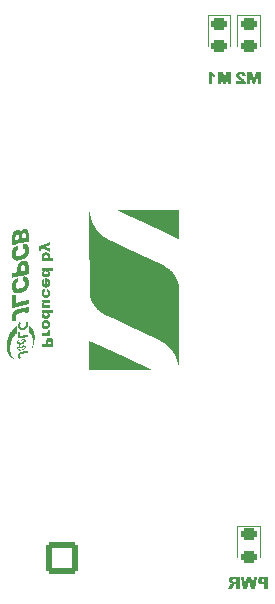
<source format=gbr>
%TF.GenerationSoftware,KiCad,Pcbnew,7.0.6*%
%TF.CreationDate,2024-02-11T17:46:38+09:00*%
%TF.ProjectId,MotorDriver_DRV8874_20240201,4d6f746f-7244-4726-9976-65725f445256,rev?*%
%TF.SameCoordinates,Original*%
%TF.FileFunction,Legend,Bot*%
%TF.FilePolarity,Positive*%
%FSLAX46Y46*%
G04 Gerber Fmt 4.6, Leading zero omitted, Abs format (unit mm)*
G04 Created by KiCad (PCBNEW 7.0.6) date 2024-02-11 17:46:38*
%MOMM*%
%LPD*%
G01*
G04 APERTURE LIST*
G04 Aperture macros list*
%AMRoundRect*
0 Rectangle with rounded corners*
0 $1 Rounding radius*
0 $2 $3 $4 $5 $6 $7 $8 $9 X,Y pos of 4 corners*
0 Add a 4 corners polygon primitive as box body*
4,1,4,$2,$3,$4,$5,$6,$7,$8,$9,$2,$3,0*
0 Add four circle primitives for the rounded corners*
1,1,$1+$1,$2,$3*
1,1,$1+$1,$4,$5*
1,1,$1+$1,$6,$7*
1,1,$1+$1,$8,$9*
0 Add four rect primitives between the rounded corners*
20,1,$1+$1,$2,$3,$4,$5,0*
20,1,$1+$1,$4,$5,$6,$7,0*
20,1,$1+$1,$6,$7,$8,$9,0*
20,1,$1+$1,$8,$9,$2,$3,0*%
G04 Aperture macros list end*
%ADD10C,0.000000*%
%ADD11C,0.150000*%
%ADD12C,0.120000*%
%ADD13RoundRect,0.250001X1.099999X-1.099999X1.099999X1.099999X-1.099999X1.099999X-1.099999X-1.099999X0*%
%ADD14C,2.700000*%
%ADD15RoundRect,0.250000X-0.600000X-0.725000X0.600000X-0.725000X0.600000X0.725000X-0.600000X0.725000X0*%
%ADD16O,1.700000X1.950000*%
%ADD17RoundRect,0.250000X0.600000X0.725000X-0.600000X0.725000X-0.600000X-0.725000X0.600000X-0.725000X0*%
%ADD18RoundRect,0.250001X-1.099999X-1.099999X1.099999X-1.099999X1.099999X1.099999X-1.099999X1.099999X0*%
%ADD19C,3.200000*%
%ADD20RoundRect,0.243750X-0.456250X0.243750X-0.456250X-0.243750X0.456250X-0.243750X0.456250X0.243750X0*%
G04 APERTURE END LIST*
D10*
G36*
X87201062Y-98694722D02*
G01*
X88165556Y-99144866D01*
X90000000Y-100000000D01*
X92328334Y-101087261D01*
X92131991Y-101089741D01*
X91579387Y-101091759D01*
X89681090Y-101093611D01*
X87022556Y-101093611D01*
X87022556Y-98611466D01*
X87201062Y-98694722D01*
G37*
G36*
X94642556Y-88785194D02*
G01*
X94641586Y-89659642D01*
X94639028Y-90023444D01*
X94616704Y-90013533D01*
X94557801Y-89986490D01*
X94471250Y-89946351D01*
X94365979Y-89897150D01*
X93467806Y-89478049D01*
X91689806Y-88649021D01*
X90225778Y-87966749D01*
X89351595Y-87557527D01*
X89351323Y-87556754D01*
X89353603Y-87556021D01*
X89366931Y-87554670D01*
X89436449Y-87552401D01*
X89577950Y-87550644D01*
X89809236Y-87549325D01*
X90612367Y-87547705D01*
X91988256Y-87546945D01*
X94642556Y-87546945D01*
X94642556Y-88785194D01*
G37*
G36*
X87057128Y-87769194D02*
G01*
X87083950Y-87917989D01*
X87095960Y-87979427D01*
X87107664Y-88035101D01*
X87119533Y-88087170D01*
X87132038Y-88137792D01*
X87145652Y-88189125D01*
X87160845Y-88243328D01*
X87179467Y-88305420D01*
X87199858Y-88367562D01*
X87221984Y-88429690D01*
X87245809Y-88491738D01*
X87271301Y-88553642D01*
X87298424Y-88615336D01*
X87327145Y-88676755D01*
X87357430Y-88737834D01*
X87389245Y-88798507D01*
X87422555Y-88858711D01*
X87457326Y-88918379D01*
X87493525Y-88977447D01*
X87531117Y-89035849D01*
X87570068Y-89093520D01*
X87610344Y-89150395D01*
X87651911Y-89206410D01*
X87684241Y-89248134D01*
X87717902Y-89289868D01*
X87752750Y-89331477D01*
X87788646Y-89372822D01*
X87825447Y-89413767D01*
X87863012Y-89454172D01*
X87901199Y-89493902D01*
X87939866Y-89532818D01*
X87978873Y-89570784D01*
X88018077Y-89607661D01*
X88057337Y-89643312D01*
X88096511Y-89677601D01*
X88135457Y-89710388D01*
X88174035Y-89741537D01*
X88212102Y-89770911D01*
X88249517Y-89798372D01*
X88296315Y-89830524D01*
X88350258Y-89864959D01*
X88413431Y-89902700D01*
X88487918Y-89944775D01*
X88575803Y-89992207D01*
X88679171Y-90046022D01*
X88940697Y-90176902D01*
X89289171Y-90345618D01*
X89741271Y-90560372D01*
X90313674Y-90829365D01*
X91023056Y-91160800D01*
X92299075Y-91757479D01*
X93045002Y-92111536D01*
X93428714Y-92304197D01*
X93537201Y-92365387D01*
X93618089Y-92416688D01*
X93654304Y-92441881D01*
X93690912Y-92468973D01*
X93727811Y-92497860D01*
X93764900Y-92528442D01*
X93802075Y-92560615D01*
X93839235Y-92594278D01*
X93876278Y-92629327D01*
X93913100Y-92665662D01*
X93949599Y-92703178D01*
X93985674Y-92741775D01*
X94021222Y-92781349D01*
X94056140Y-92821799D01*
X94090327Y-92863022D01*
X94123679Y-92904915D01*
X94156095Y-92947377D01*
X94187473Y-92990305D01*
X94228224Y-93049342D01*
X94267584Y-93110374D01*
X94305435Y-93173112D01*
X94341659Y-93237271D01*
X94376138Y-93302563D01*
X94408755Y-93368700D01*
X94439392Y-93435396D01*
X94467931Y-93502362D01*
X94494254Y-93569312D01*
X94518243Y-93635957D01*
X94539781Y-93702012D01*
X94558749Y-93767188D01*
X94575031Y-93831198D01*
X94588507Y-93893755D01*
X94599060Y-93954572D01*
X94606573Y-94013361D01*
X94615989Y-94149930D01*
X94623694Y-94375531D01*
X94629827Y-94706900D01*
X94634531Y-95160770D01*
X94640208Y-96502958D01*
X94641851Y-98535972D01*
X94641145Y-101068917D01*
X94607278Y-100871361D01*
X94581184Y-100723977D01*
X94568868Y-100660335D01*
X94556743Y-100601927D01*
X94544584Y-100547653D01*
X94532170Y-100496413D01*
X94519275Y-100447108D01*
X94505678Y-100398639D01*
X94476738Y-100304810D01*
X94444216Y-100211540D01*
X94408203Y-100118972D01*
X94368789Y-100027252D01*
X94326064Y-99936524D01*
X94280117Y-99846933D01*
X94231038Y-99758623D01*
X94178918Y-99671740D01*
X94123846Y-99586428D01*
X94065912Y-99502831D01*
X94005206Y-99421095D01*
X93941818Y-99341364D01*
X93875838Y-99263782D01*
X93807356Y-99188495D01*
X93736462Y-99115647D01*
X93663245Y-99045383D01*
X93606563Y-98993755D01*
X93553090Y-98947212D01*
X93501469Y-98904753D01*
X93475929Y-98884743D01*
X93450344Y-98865378D01*
X93424543Y-98846535D01*
X93398358Y-98828087D01*
X93344157Y-98791879D01*
X93286385Y-98755754D01*
X93223684Y-98718711D01*
X93174627Y-98691594D01*
X93107058Y-98655630D01*
X92933612Y-98565958D01*
X92737810Y-98467291D01*
X92554111Y-98377222D01*
X91646326Y-97946921D01*
X90194028Y-97267383D01*
X89179737Y-96792941D01*
X88568340Y-96501326D01*
X88374267Y-96404896D01*
X88233565Y-96331155D01*
X88130450Y-96272428D01*
X88049139Y-96221044D01*
X87997785Y-96185254D01*
X87946481Y-96146523D01*
X87895375Y-96105017D01*
X87844616Y-96060905D01*
X87794354Y-96014354D01*
X87744736Y-95965531D01*
X87695912Y-95914604D01*
X87648031Y-95861740D01*
X87601241Y-95807107D01*
X87555691Y-95750871D01*
X87511531Y-95693202D01*
X87468908Y-95634265D01*
X87427972Y-95574228D01*
X87388871Y-95513259D01*
X87351755Y-95451525D01*
X87316772Y-95389194D01*
X87274651Y-95307552D01*
X87234862Y-95222760D01*
X87197884Y-95136100D01*
X87164196Y-95048852D01*
X87134279Y-94962298D01*
X87108612Y-94877721D01*
X87097522Y-94836574D01*
X87087674Y-94796402D01*
X87079128Y-94757364D01*
X87071945Y-94719622D01*
X87064833Y-94675449D01*
X87058544Y-94625759D01*
X87053021Y-94565816D01*
X87048210Y-94490878D01*
X87044056Y-94396209D01*
X87040505Y-94277069D01*
X87037502Y-94128719D01*
X87034991Y-93946421D01*
X87031231Y-93461025D01*
X87028785Y-92782971D01*
X87026084Y-90697250D01*
X87023262Y-87571638D01*
X87057128Y-87769194D01*
G37*
G36*
X83680278Y-90262138D02*
G01*
X83680428Y-90262640D01*
X83680698Y-90264609D01*
X83681123Y-90272180D01*
X83681404Y-90284153D01*
X83681551Y-90300002D01*
X83681482Y-90341219D01*
X83680999Y-90391614D01*
X83678354Y-90521260D01*
X83464923Y-90582997D01*
X83381772Y-90607746D01*
X83313008Y-90628857D01*
X83265741Y-90644015D01*
X83252392Y-90648639D01*
X83247083Y-90650906D01*
X83246976Y-90651195D01*
X83247147Y-90651564D01*
X83247589Y-90652012D01*
X83248297Y-90652535D01*
X83250484Y-90653801D01*
X83253656Y-90655343D01*
X83257764Y-90657144D01*
X83262756Y-90659185D01*
X83275195Y-90663915D01*
X83290569Y-90669389D01*
X83308474Y-90675463D01*
X83328509Y-90681991D01*
X83350270Y-90688830D01*
X83570756Y-90757621D01*
X83682763Y-90792899D01*
X83682763Y-91072475D01*
X83654541Y-91060127D01*
X83541211Y-91012944D01*
X83308819Y-90915489D01*
X82992201Y-90782316D01*
X82954277Y-90804364D01*
X82949460Y-90807332D01*
X82944924Y-90810293D01*
X82940662Y-90813259D01*
X82936666Y-90816243D01*
X82932928Y-90819258D01*
X82929442Y-90822316D01*
X82926198Y-90825432D01*
X82923189Y-90828618D01*
X82920407Y-90831886D01*
X82917845Y-90835250D01*
X82915495Y-90838722D01*
X82913350Y-90842315D01*
X82911400Y-90846044D01*
X82909639Y-90849919D01*
X82908059Y-90853954D01*
X82906652Y-90858163D01*
X82904822Y-90864954D01*
X82903297Y-90872971D01*
X82902071Y-90882035D01*
X82901140Y-90891966D01*
X82900498Y-90902584D01*
X82900141Y-90913710D01*
X82900063Y-90925163D01*
X82900258Y-90936766D01*
X82900722Y-90948337D01*
X82901450Y-90959698D01*
X82902436Y-90970669D01*
X82903676Y-90981070D01*
X82905163Y-90990722D01*
X82906893Y-90999444D01*
X82908861Y-91007059D01*
X82911062Y-91013385D01*
X82911948Y-91015743D01*
X82912308Y-91016833D01*
X82912609Y-91017865D01*
X82912849Y-91018841D01*
X82913027Y-91019762D01*
X82913139Y-91020630D01*
X82913184Y-91021446D01*
X82913159Y-91022212D01*
X82913062Y-91022929D01*
X82912891Y-91023598D01*
X82912643Y-91024221D01*
X82912317Y-91024800D01*
X82911909Y-91025336D01*
X82911418Y-91025829D01*
X82910842Y-91026283D01*
X82910177Y-91026698D01*
X82909423Y-91027076D01*
X82908576Y-91027417D01*
X82907634Y-91027725D01*
X82906596Y-91027999D01*
X82905458Y-91028242D01*
X82904219Y-91028455D01*
X82902876Y-91028640D01*
X82901428Y-91028797D01*
X82899871Y-91028928D01*
X82896424Y-91029120D01*
X82892516Y-91029227D01*
X82888131Y-91029260D01*
X82870828Y-91028352D01*
X82848761Y-91026462D01*
X82824027Y-91023849D01*
X82798724Y-91020771D01*
X82774951Y-91017486D01*
X82754806Y-91014253D01*
X82740387Y-91011330D01*
X82735980Y-91010065D01*
X82733791Y-91008975D01*
X82732807Y-91007541D01*
X82731841Y-91005256D01*
X82729972Y-90998318D01*
X82728204Y-90988541D01*
X82726557Y-90976302D01*
X82723699Y-90945956D01*
X82721554Y-90910308D01*
X82720278Y-90872386D01*
X82720025Y-90835218D01*
X82720330Y-90817864D01*
X82720950Y-90801834D01*
X82721902Y-90787506D01*
X82723208Y-90775260D01*
X82725769Y-90756530D01*
X82728853Y-90738986D01*
X82732508Y-90722554D01*
X82736782Y-90707157D01*
X82741722Y-90692722D01*
X82747377Y-90679173D01*
X82753794Y-90666435D01*
X82761021Y-90654434D01*
X82769106Y-90643094D01*
X82778097Y-90632340D01*
X82788041Y-90622099D01*
X82798986Y-90612293D01*
X82810980Y-90602850D01*
X82824072Y-90593693D01*
X82838307Y-90584749D01*
X82853735Y-90575941D01*
X82994392Y-90519813D01*
X83273872Y-90412671D01*
X83549879Y-90308670D01*
X83680117Y-90261968D01*
X83680278Y-90262138D01*
G37*
G36*
X83682763Y-95386065D02*
G01*
X83491381Y-95386065D01*
X83414211Y-95386823D01*
X83346302Y-95388821D01*
X83318093Y-95390156D01*
X83294928Y-95391646D01*
X83277717Y-95393239D01*
X83267368Y-95394884D01*
X83258202Y-95397756D01*
X83249562Y-95401072D01*
X83241456Y-95404822D01*
X83237607Y-95406856D01*
X83233895Y-95408995D01*
X83230321Y-95411238D01*
X83226887Y-95413582D01*
X83223593Y-95416028D01*
X83220440Y-95418573D01*
X83217430Y-95421216D01*
X83214565Y-95423956D01*
X83211844Y-95426791D01*
X83209269Y-95429721D01*
X83206842Y-95432744D01*
X83204563Y-95435858D01*
X83202434Y-95439063D01*
X83200455Y-95442358D01*
X83198628Y-95445740D01*
X83196954Y-95449208D01*
X83195434Y-95452762D01*
X83194070Y-95456400D01*
X83192861Y-95460120D01*
X83191810Y-95463922D01*
X83190918Y-95467804D01*
X83190185Y-95471765D01*
X83189613Y-95475803D01*
X83189204Y-95479918D01*
X83188957Y-95484107D01*
X83188874Y-95488370D01*
X83189039Y-95504080D01*
X83189314Y-95511213D01*
X83189779Y-95517886D01*
X83190479Y-95524114D01*
X83191461Y-95529912D01*
X83192772Y-95535296D01*
X83194455Y-95540281D01*
X83196559Y-95544882D01*
X83199129Y-95549115D01*
X83202211Y-95552995D01*
X83205850Y-95556537D01*
X83210094Y-95559756D01*
X83214987Y-95562669D01*
X83220577Y-95565290D01*
X83226908Y-95567635D01*
X83234028Y-95569719D01*
X83241982Y-95571557D01*
X83250815Y-95573165D01*
X83260575Y-95574558D01*
X83271308Y-95575751D01*
X83283058Y-95576761D01*
X83295872Y-95577601D01*
X83309797Y-95578287D01*
X83341162Y-95579261D01*
X83377519Y-95579805D01*
X83419238Y-95580041D01*
X83466687Y-95580093D01*
X83682763Y-95580093D01*
X83682763Y-95844676D01*
X83428763Y-95844676D01*
X83332268Y-95844345D01*
X83256247Y-95843022D01*
X83197444Y-95840211D01*
X83173482Y-95838092D01*
X83152604Y-95835416D01*
X83134403Y-95832119D01*
X83118472Y-95828139D01*
X83104404Y-95823416D01*
X83091792Y-95817887D01*
X83080228Y-95811489D01*
X83069307Y-95804162D01*
X83058621Y-95795842D01*
X83047763Y-95786468D01*
X83039463Y-95778527D01*
X83031756Y-95770236D01*
X83024635Y-95761576D01*
X83018094Y-95752526D01*
X83012127Y-95743069D01*
X83006727Y-95733184D01*
X83001888Y-95722852D01*
X82997603Y-95712054D01*
X82993865Y-95700769D01*
X82990670Y-95688980D01*
X82988008Y-95676666D01*
X82985876Y-95663808D01*
X82984265Y-95650387D01*
X82983170Y-95636384D01*
X82982583Y-95621778D01*
X82982499Y-95606551D01*
X82982771Y-95591485D01*
X82983598Y-95577011D01*
X82984999Y-95563083D01*
X82986992Y-95549652D01*
X82989594Y-95536671D01*
X82992824Y-95524091D01*
X82996701Y-95511865D01*
X83001241Y-95499946D01*
X83006463Y-95488285D01*
X83012386Y-95476835D01*
X83019026Y-95465547D01*
X83026404Y-95454374D01*
X83034535Y-95443269D01*
X83043440Y-95432183D01*
X83053135Y-95421068D01*
X83063638Y-95409878D01*
X83104208Y-95368426D01*
X82994847Y-95368426D01*
X82994847Y-95121481D01*
X83682763Y-95121481D01*
X83682763Y-95386065D01*
G37*
G36*
X83350270Y-93324960D02*
G01*
X83388626Y-93328538D01*
X83424655Y-93334319D01*
X83441800Y-93338039D01*
X83458366Y-93342314D01*
X83474356Y-93347146D01*
X83489769Y-93352535D01*
X83504607Y-93358484D01*
X83518872Y-93364994D01*
X83532564Y-93372066D01*
X83545685Y-93379702D01*
X83558235Y-93387902D01*
X83570216Y-93396670D01*
X83581628Y-93406006D01*
X83592474Y-93415911D01*
X83602754Y-93426388D01*
X83612469Y-93437436D01*
X83621621Y-93449059D01*
X83630210Y-93461257D01*
X83638238Y-93474032D01*
X83645705Y-93487386D01*
X83652614Y-93501319D01*
X83658965Y-93515833D01*
X83664758Y-93530930D01*
X83669996Y-93546611D01*
X83674680Y-93562877D01*
X83678810Y-93579731D01*
X83682388Y-93597173D01*
X83685415Y-93615205D01*
X83689819Y-93653044D01*
X83691057Y-93667937D01*
X83692120Y-93683223D01*
X83693677Y-93713237D01*
X83694151Y-93727096D01*
X83694408Y-93739613D01*
X83694437Y-93750351D01*
X83694229Y-93758878D01*
X83692575Y-93778804D01*
X83690262Y-93798231D01*
X83687289Y-93817157D01*
X83683659Y-93835579D01*
X83679373Y-93853495D01*
X83674431Y-93870902D01*
X83668836Y-93887797D01*
X83662589Y-93904178D01*
X83655690Y-93920042D01*
X83648142Y-93935387D01*
X83639945Y-93950210D01*
X83631101Y-93964508D01*
X83621610Y-93978280D01*
X83611476Y-93991521D01*
X83600697Y-94004231D01*
X83589277Y-94016405D01*
X83578415Y-94026707D01*
X83567015Y-94036442D01*
X83555108Y-94045610D01*
X83542725Y-94054207D01*
X83529898Y-94062231D01*
X83516656Y-94069679D01*
X83503030Y-94076550D01*
X83489052Y-94082841D01*
X83474753Y-94088548D01*
X83460163Y-94093671D01*
X83430233Y-94102152D01*
X83400541Y-94108058D01*
X83399510Y-94108263D01*
X83368240Y-94111986D01*
X83336671Y-94113300D01*
X83305048Y-94112187D01*
X83273620Y-94108628D01*
X83242632Y-94102601D01*
X83227380Y-94098657D01*
X83212331Y-94094090D01*
X83197516Y-94088896D01*
X83182964Y-94083073D01*
X83168708Y-94076619D01*
X83154779Y-94069532D01*
X83141206Y-94061808D01*
X83128020Y-94053447D01*
X83111601Y-94041940D01*
X83096377Y-94030187D01*
X83082306Y-94018106D01*
X83075689Y-94011917D01*
X83069343Y-94005615D01*
X83063264Y-93999191D01*
X83057445Y-93992633D01*
X83051882Y-93985933D01*
X83046568Y-93979079D01*
X83041498Y-93972062D01*
X83036667Y-93964872D01*
X83032069Y-93957497D01*
X83027699Y-93949929D01*
X83023551Y-93942156D01*
X83019620Y-93934169D01*
X83015900Y-93925958D01*
X83012386Y-93917512D01*
X83009072Y-93908821D01*
X83005952Y-93899876D01*
X83000276Y-93881178D01*
X82995313Y-93861339D01*
X82991019Y-93840277D01*
X82987351Y-93817909D01*
X82984263Y-93794155D01*
X82981780Y-93767588D01*
X82980272Y-93741190D01*
X82979723Y-93715051D01*
X82980115Y-93689259D01*
X82981433Y-93663900D01*
X82983659Y-93639064D01*
X82986776Y-93614837D01*
X82990768Y-93591308D01*
X82995617Y-93568564D01*
X83001308Y-93546694D01*
X83007823Y-93525785D01*
X83015145Y-93505925D01*
X83023258Y-93487202D01*
X83032145Y-93469703D01*
X83041789Y-93453517D01*
X83052173Y-93438732D01*
X83059052Y-93430298D01*
X83066689Y-93421616D01*
X83074933Y-93412811D01*
X83083634Y-93404005D01*
X83092639Y-93395323D01*
X83101798Y-93386890D01*
X83110960Y-93378828D01*
X83119973Y-93371263D01*
X83128686Y-93364317D01*
X83136948Y-93358116D01*
X83144609Y-93352783D01*
X83151516Y-93348442D01*
X83157519Y-93345218D01*
X83162466Y-93343234D01*
X83164497Y-93342745D01*
X83166207Y-93342613D01*
X83167577Y-93342854D01*
X83168590Y-93343482D01*
X83168933Y-93343969D01*
X83169301Y-93344763D01*
X83170106Y-93347238D01*
X83170993Y-93350844D01*
X83171952Y-93355512D01*
X83174047Y-93367775D01*
X83176307Y-93383500D01*
X83178649Y-93402160D01*
X83180992Y-93423229D01*
X83183252Y-93446179D01*
X83185347Y-93470482D01*
X83195930Y-93590426D01*
X83171236Y-93619531D01*
X83165690Y-93626168D01*
X83160626Y-93633002D01*
X83156040Y-93640013D01*
X83151927Y-93647181D01*
X83148285Y-93654486D01*
X83145107Y-93661908D01*
X83142391Y-93669426D01*
X83140133Y-93677022D01*
X83138328Y-93684675D01*
X83136973Y-93692364D01*
X83136063Y-93700070D01*
X83135594Y-93707773D01*
X83135563Y-93715453D01*
X83135965Y-93723089D01*
X83136796Y-93730662D01*
X83138052Y-93738152D01*
X83139730Y-93745538D01*
X83141825Y-93752801D01*
X83144332Y-93759921D01*
X83147249Y-93766877D01*
X83150571Y-93773650D01*
X83154294Y-93780219D01*
X83158413Y-93786565D01*
X83162926Y-93792667D01*
X83167827Y-93798506D01*
X83173114Y-93804061D01*
X83178781Y-93809312D01*
X83184825Y-93814240D01*
X83191241Y-93818824D01*
X83198027Y-93823045D01*
X83205176Y-93826882D01*
X83212687Y-93830315D01*
X83232040Y-93838800D01*
X83236052Y-93840354D01*
X83239757Y-93841574D01*
X83243168Y-93842407D01*
X83246297Y-93842800D01*
X83247760Y-93842815D01*
X83249156Y-93842699D01*
X83250488Y-93842447D01*
X83251758Y-93842052D01*
X83252965Y-93841507D01*
X83254113Y-93840805D01*
X83255202Y-93839939D01*
X83256235Y-93838904D01*
X83257212Y-93837692D01*
X83258135Y-93836296D01*
X83259006Y-93834711D01*
X83259826Y-93832929D01*
X83261319Y-93828748D01*
X83262627Y-93823700D01*
X83263762Y-93817733D01*
X83264736Y-93810793D01*
X83265561Y-93802826D01*
X83266250Y-93793780D01*
X83266813Y-93783600D01*
X83267264Y-93772235D01*
X83267615Y-93759629D01*
X83267877Y-93745731D01*
X83268186Y-93713843D01*
X83268286Y-93676143D01*
X83268251Y-93586898D01*
X83400541Y-93586898D01*
X83400541Y-93845308D01*
X83431409Y-93840017D01*
X83439029Y-93838430D01*
X83446649Y-93836332D01*
X83454224Y-93833751D01*
X83461712Y-93830715D01*
X83469072Y-93827249D01*
X83476259Y-93823382D01*
X83483232Y-93819140D01*
X83489948Y-93814550D01*
X83496365Y-93809640D01*
X83502438Y-93804437D01*
X83508127Y-93798968D01*
X83513389Y-93793260D01*
X83518180Y-93787339D01*
X83522458Y-93781234D01*
X83526181Y-93774972D01*
X83529305Y-93768579D01*
X83532035Y-93761989D01*
X83534278Y-93754841D01*
X83536043Y-93747222D01*
X83537339Y-93739213D01*
X83538175Y-93730899D01*
X83538560Y-93722364D01*
X83538504Y-93713693D01*
X83538014Y-93704968D01*
X83537101Y-93696275D01*
X83535773Y-93687696D01*
X83534040Y-93679317D01*
X83531909Y-93671220D01*
X83529392Y-93663491D01*
X83526496Y-93656212D01*
X83523230Y-93649468D01*
X83519604Y-93643343D01*
X83518227Y-93641289D01*
X83516742Y-93639261D01*
X83515149Y-93637259D01*
X83513451Y-93635285D01*
X83511646Y-93633337D01*
X83509736Y-93631417D01*
X83505603Y-93627661D01*
X83501056Y-93624018D01*
X83496101Y-93620491D01*
X83490743Y-93617084D01*
X83484987Y-93613798D01*
X83478839Y-93610635D01*
X83472302Y-93607600D01*
X83465384Y-93604693D01*
X83458088Y-93601919D01*
X83450420Y-93599279D01*
X83442385Y-93596775D01*
X83433989Y-93594412D01*
X83425236Y-93592190D01*
X83400541Y-93586898D01*
X83268251Y-93586898D01*
X83268249Y-93581606D01*
X83268249Y-93319669D01*
X83350270Y-93324960D01*
G37*
G36*
X83230097Y-94207289D02*
G01*
X83230723Y-94207497D01*
X83231208Y-94207787D01*
X83231634Y-94208186D01*
X83232085Y-94208883D01*
X83233054Y-94211136D01*
X83234107Y-94214484D01*
X83235232Y-94218867D01*
X83236418Y-94224220D01*
X83237657Y-94230484D01*
X83240248Y-94245490D01*
X83242921Y-94263391D01*
X83245594Y-94283690D01*
X83248185Y-94305890D01*
X83250610Y-94329496D01*
X83254073Y-94366458D01*
X83256481Y-94394842D01*
X83257773Y-94415909D01*
X83257981Y-94424092D01*
X83257887Y-94430919D01*
X83257482Y-94436547D01*
X83256760Y-94441134D01*
X83255712Y-94444837D01*
X83254331Y-94447814D01*
X83252609Y-94450222D01*
X83250538Y-94452220D01*
X83248111Y-94453965D01*
X83245319Y-94455613D01*
X83243515Y-94456602D01*
X83241426Y-94457898D01*
X83239079Y-94459478D01*
X83236500Y-94461319D01*
X83230746Y-94465690D01*
X83224373Y-94470827D01*
X83217586Y-94476542D01*
X83210592Y-94482651D01*
X83203599Y-94488966D01*
X83196812Y-94495301D01*
X83191081Y-94501132D01*
X83185791Y-94507203D01*
X83180942Y-94513495D01*
X83176529Y-94519989D01*
X83172551Y-94526666D01*
X83169006Y-94533508D01*
X83165890Y-94540496D01*
X83163202Y-94547611D01*
X83160938Y-94554835D01*
X83159098Y-94562149D01*
X83157677Y-94569533D01*
X83156675Y-94576970D01*
X83156088Y-94584441D01*
X83155913Y-94591926D01*
X83156149Y-94599408D01*
X83156794Y-94606867D01*
X83157844Y-94614285D01*
X83159297Y-94621642D01*
X83161151Y-94628921D01*
X83163403Y-94636102D01*
X83166051Y-94643167D01*
X83169093Y-94650097D01*
X83172526Y-94656873D01*
X83176348Y-94663477D01*
X83180556Y-94669889D01*
X83185148Y-94676092D01*
X83190121Y-94682066D01*
X83195474Y-94687792D01*
X83201202Y-94693253D01*
X83207306Y-94698428D01*
X83213780Y-94703300D01*
X83220624Y-94707850D01*
X83225951Y-94710994D01*
X83231075Y-94713823D01*
X83236083Y-94716353D01*
X83241061Y-94718598D01*
X83246096Y-94720575D01*
X83251274Y-94722298D01*
X83256682Y-94723784D01*
X83262407Y-94725047D01*
X83268534Y-94726104D01*
X83275152Y-94726970D01*
X83282345Y-94727660D01*
X83290202Y-94728189D01*
X83298807Y-94728574D01*
X83308249Y-94728830D01*
X83318613Y-94728972D01*
X83329986Y-94729016D01*
X83351880Y-94728538D01*
X83372267Y-94727096D01*
X83391172Y-94724673D01*
X83408616Y-94721258D01*
X83424624Y-94716835D01*
X83432097Y-94714241D01*
X83439219Y-94711389D01*
X83445994Y-94708279D01*
X83452424Y-94704908D01*
X83458512Y-94701274D01*
X83464262Y-94697376D01*
X83469675Y-94693212D01*
X83474756Y-94688780D01*
X83479506Y-94684078D01*
X83483930Y-94679105D01*
X83488029Y-94673859D01*
X83491806Y-94668337D01*
X83495266Y-94662539D01*
X83498409Y-94656462D01*
X83501240Y-94650105D01*
X83503762Y-94643466D01*
X83505976Y-94636543D01*
X83507887Y-94629334D01*
X83510808Y-94614052D01*
X83512548Y-94597606D01*
X83513077Y-94587161D01*
X83513015Y-94577007D01*
X83512372Y-94567165D01*
X83511156Y-94557657D01*
X83509377Y-94548506D01*
X83507044Y-94539734D01*
X83504166Y-94531362D01*
X83500752Y-94523413D01*
X83496811Y-94515908D01*
X83492351Y-94508869D01*
X83487383Y-94502319D01*
X83481914Y-94496279D01*
X83475955Y-94490772D01*
X83469514Y-94485818D01*
X83462599Y-94481441D01*
X83455222Y-94477662D01*
X83450836Y-94475579D01*
X83446926Y-94473606D01*
X83443470Y-94471707D01*
X83440449Y-94469849D01*
X83439095Y-94468924D01*
X83437841Y-94467995D01*
X83436686Y-94467060D01*
X83435626Y-94466112D01*
X83434659Y-94465149D01*
X83433783Y-94464165D01*
X83432994Y-94463156D01*
X83432291Y-94462118D01*
X83431671Y-94461046D01*
X83431130Y-94459937D01*
X83430667Y-94458785D01*
X83430279Y-94457586D01*
X83429964Y-94456336D01*
X83429718Y-94455031D01*
X83429539Y-94453666D01*
X83429425Y-94452237D01*
X83429373Y-94450740D01*
X83429380Y-94449170D01*
X83429563Y-94445793D01*
X83429952Y-94442073D01*
X83430527Y-94437975D01*
X83433242Y-94420267D01*
X83437032Y-94392224D01*
X83441317Y-94357732D01*
X83445520Y-94320676D01*
X83448204Y-94300701D01*
X83450950Y-94282587D01*
X83453737Y-94266540D01*
X83456545Y-94252766D01*
X83459352Y-94241473D01*
X83460750Y-94236821D01*
X83462139Y-94232867D01*
X83463519Y-94229637D01*
X83464885Y-94227155D01*
X83466236Y-94225449D01*
X83467569Y-94224544D01*
X83469310Y-94224106D01*
X83471379Y-94223941D01*
X83473759Y-94224041D01*
X83476431Y-94224396D01*
X83482582Y-94225827D01*
X83489686Y-94228154D01*
X83497603Y-94231298D01*
X83506187Y-94235179D01*
X83515295Y-94239716D01*
X83524785Y-94244829D01*
X83534512Y-94250438D01*
X83544334Y-94256463D01*
X83554107Y-94262824D01*
X83563687Y-94269440D01*
X83572931Y-94276233D01*
X83581696Y-94283121D01*
X83589839Y-94290025D01*
X83597215Y-94296864D01*
X83604276Y-94303964D01*
X83611074Y-94311372D01*
X83623875Y-94327110D01*
X83635614Y-94344064D01*
X83646287Y-94362224D01*
X83655890Y-94381577D01*
X83664420Y-94402113D01*
X83671872Y-94423819D01*
X83678243Y-94446684D01*
X83683529Y-94470696D01*
X83687726Y-94495843D01*
X83690830Y-94522115D01*
X83692837Y-94549499D01*
X83693743Y-94577984D01*
X83693545Y-94607558D01*
X83692238Y-94638209D01*
X83689819Y-94669926D01*
X83687109Y-94694036D01*
X83682980Y-94717701D01*
X83677482Y-94740846D01*
X83670664Y-94763398D01*
X83662575Y-94785284D01*
X83653263Y-94806429D01*
X83642778Y-94826761D01*
X83631170Y-94846205D01*
X83618486Y-94864687D01*
X83604777Y-94882135D01*
X83590091Y-94898475D01*
X83574477Y-94913632D01*
X83557985Y-94927534D01*
X83540663Y-94940106D01*
X83522562Y-94951275D01*
X83503729Y-94960968D01*
X83484867Y-94969009D01*
X83464790Y-94975937D01*
X83443688Y-94981753D01*
X83421749Y-94986461D01*
X83399165Y-94990064D01*
X83376124Y-94992563D01*
X83352817Y-94993961D01*
X83329434Y-94994261D01*
X83306165Y-94993466D01*
X83283199Y-94991577D01*
X83260727Y-94988599D01*
X83238939Y-94984532D01*
X83218023Y-94979380D01*
X83198171Y-94973146D01*
X83179572Y-94965831D01*
X83162416Y-94957440D01*
X83152564Y-94951884D01*
X83143013Y-94946127D01*
X83133763Y-94940165D01*
X83124809Y-94933994D01*
X83116151Y-94927609D01*
X83107784Y-94921006D01*
X83099706Y-94914180D01*
X83091916Y-94907128D01*
X83084409Y-94899844D01*
X83077184Y-94892324D01*
X83070239Y-94884565D01*
X83063569Y-94876561D01*
X83057174Y-94868308D01*
X83051050Y-94859803D01*
X83045195Y-94851040D01*
X83039605Y-94842015D01*
X83034280Y-94832724D01*
X83029215Y-94823163D01*
X83024409Y-94813327D01*
X83019858Y-94803211D01*
X83015561Y-94792812D01*
X83011514Y-94782125D01*
X83007715Y-94771146D01*
X83004162Y-94759870D01*
X82997782Y-94736411D01*
X82992352Y-94711713D01*
X82987853Y-94685741D01*
X82984263Y-94658461D01*
X82980965Y-94619541D01*
X82979666Y-94582166D01*
X82980359Y-94546351D01*
X82983037Y-94512113D01*
X82987694Y-94479467D01*
X82994325Y-94448427D01*
X83002921Y-94419010D01*
X83013478Y-94391232D01*
X83025988Y-94365107D01*
X83040444Y-94340651D01*
X83056841Y-94317879D01*
X83075173Y-94296808D01*
X83095431Y-94277453D01*
X83117611Y-94259829D01*
X83141705Y-94243951D01*
X83167708Y-94229836D01*
X83178865Y-94224439D01*
X83189660Y-94219569D01*
X83199814Y-94215341D01*
X83209049Y-94211866D01*
X83217085Y-94209260D01*
X83220566Y-94208318D01*
X83223642Y-94207636D01*
X83226280Y-94207227D01*
X83228443Y-94207107D01*
X83230097Y-94207289D01*
G37*
G36*
X83358894Y-96856434D02*
G01*
X83378182Y-96857562D01*
X83397354Y-96859640D01*
X83416355Y-96862676D01*
X83435130Y-96866675D01*
X83453623Y-96871645D01*
X83471781Y-96877592D01*
X83489548Y-96884521D01*
X83506869Y-96892440D01*
X83523690Y-96901356D01*
X83539955Y-96911273D01*
X83555609Y-96922200D01*
X83570598Y-96934142D01*
X83584868Y-96947107D01*
X83598982Y-96961897D01*
X83612211Y-96977785D01*
X83624536Y-96994712D01*
X83635938Y-97012618D01*
X83646399Y-97031445D01*
X83655902Y-97051131D01*
X83664428Y-97071619D01*
X83671959Y-97092848D01*
X83678478Y-97114759D01*
X83683966Y-97137293D01*
X83688404Y-97160390D01*
X83691776Y-97183991D01*
X83694062Y-97208037D01*
X83695245Y-97232467D01*
X83695306Y-97257223D01*
X83694229Y-97282245D01*
X83690620Y-97317116D01*
X83684792Y-97350579D01*
X83676799Y-97382569D01*
X83666695Y-97413021D01*
X83654535Y-97441872D01*
X83640371Y-97469056D01*
X83624260Y-97494508D01*
X83615491Y-97506565D01*
X83606255Y-97518165D01*
X83596559Y-97529300D01*
X83586410Y-97539962D01*
X83575814Y-97550143D01*
X83564779Y-97559834D01*
X83553311Y-97569028D01*
X83541418Y-97577716D01*
X83529104Y-97585891D01*
X83516379Y-97593544D01*
X83503248Y-97600668D01*
X83489718Y-97607253D01*
X83475796Y-97613293D01*
X83461488Y-97618779D01*
X83446802Y-97623704D01*
X83431745Y-97628058D01*
X83416322Y-97631833D01*
X83400541Y-97635023D01*
X83383881Y-97637699D01*
X83367316Y-97639616D01*
X83350864Y-97640785D01*
X83334543Y-97641217D01*
X83333403Y-97641197D01*
X83318371Y-97640923D01*
X83302365Y-97639914D01*
X83286543Y-97638201D01*
X83270923Y-97635795D01*
X83255522Y-97632706D01*
X83240359Y-97628947D01*
X83225451Y-97624527D01*
X83210816Y-97619458D01*
X83196472Y-97613751D01*
X83182436Y-97607417D01*
X83168726Y-97600466D01*
X83155361Y-97592910D01*
X83142357Y-97584760D01*
X83129732Y-97576027D01*
X83117505Y-97566721D01*
X83105693Y-97556854D01*
X83094313Y-97546436D01*
X83083384Y-97535480D01*
X83072924Y-97523994D01*
X83062949Y-97511992D01*
X83053479Y-97499483D01*
X83044530Y-97486478D01*
X83036120Y-97472989D01*
X83028268Y-97459027D01*
X83020990Y-97444602D01*
X83014305Y-97429725D01*
X83008231Y-97414408D01*
X83002784Y-97398662D01*
X82996176Y-97375244D01*
X82990890Y-97350763D01*
X82986903Y-97325416D01*
X82984194Y-97299402D01*
X82982741Y-97272917D01*
X82982534Y-97247629D01*
X83160101Y-97247629D01*
X83160467Y-97255564D01*
X83161356Y-97263477D01*
X83162769Y-97271340D01*
X83164705Y-97279124D01*
X83167164Y-97286802D01*
X83170145Y-97294347D01*
X83173647Y-97301730D01*
X83177671Y-97308924D01*
X83182215Y-97315901D01*
X83187280Y-97322633D01*
X83192864Y-97329092D01*
X83198967Y-97335251D01*
X83205589Y-97341082D01*
X83212729Y-97346557D01*
X83220387Y-97351649D01*
X83228562Y-97356329D01*
X83238371Y-97360825D01*
X83249486Y-97364723D01*
X83261725Y-97368024D01*
X83274905Y-97370729D01*
X83288846Y-97372840D01*
X83303364Y-97374358D01*
X83318277Y-97375285D01*
X83333403Y-97375621D01*
X83348560Y-97375368D01*
X83363567Y-97374527D01*
X83378239Y-97373100D01*
X83392397Y-97371087D01*
X83405857Y-97368491D01*
X83418437Y-97365312D01*
X83429955Y-97361551D01*
X83440229Y-97357211D01*
X83446708Y-97353781D01*
X83452916Y-97350115D01*
X83458848Y-97346223D01*
X83464501Y-97342116D01*
X83469872Y-97337806D01*
X83474957Y-97333303D01*
X83479753Y-97328619D01*
X83484257Y-97323766D01*
X83488465Y-97318753D01*
X83492373Y-97313592D01*
X83495979Y-97308295D01*
X83499279Y-97302873D01*
X83502270Y-97297336D01*
X83504948Y-97291696D01*
X83507309Y-97285964D01*
X83509351Y-97280151D01*
X83511070Y-97274268D01*
X83512463Y-97268326D01*
X83513525Y-97262338D01*
X83514255Y-97256312D01*
X83514648Y-97250262D01*
X83514701Y-97244197D01*
X83514411Y-97238130D01*
X83513775Y-97232071D01*
X83512788Y-97226031D01*
X83511447Y-97220022D01*
X83509750Y-97214054D01*
X83507692Y-97208140D01*
X83505271Y-97202289D01*
X83502483Y-97196513D01*
X83499324Y-97190824D01*
X83495791Y-97185232D01*
X83492700Y-97180934D01*
X83489541Y-97176805D01*
X83486309Y-97172843D01*
X83482998Y-97169045D01*
X83479602Y-97165409D01*
X83476116Y-97161932D01*
X83472534Y-97158614D01*
X83468850Y-97155452D01*
X83465060Y-97152443D01*
X83461156Y-97149586D01*
X83457134Y-97146879D01*
X83452988Y-97144319D01*
X83448711Y-97141904D01*
X83444300Y-97139633D01*
X83439747Y-97137503D01*
X83435047Y-97135512D01*
X83430195Y-97133657D01*
X83425185Y-97131938D01*
X83420011Y-97130351D01*
X83414668Y-97128895D01*
X83409149Y-97127568D01*
X83403450Y-97126367D01*
X83397565Y-97125290D01*
X83391487Y-97124336D01*
X83378734Y-97122785D01*
X83365144Y-97121699D01*
X83350674Y-97121059D01*
X83335277Y-97120849D01*
X83315530Y-97121358D01*
X83298346Y-97122269D01*
X83290586Y-97122898D01*
X83283311Y-97123655D01*
X83276471Y-97124550D01*
X83270013Y-97125590D01*
X83263886Y-97126785D01*
X83258038Y-97128144D01*
X83252418Y-97129677D01*
X83246973Y-97131391D01*
X83241652Y-97133297D01*
X83236403Y-97135403D01*
X83231175Y-97137719D01*
X83225916Y-97140252D01*
X83217831Y-97144772D01*
X83210278Y-97149713D01*
X83203256Y-97155049D01*
X83196765Y-97160751D01*
X83190805Y-97166791D01*
X83185374Y-97173142D01*
X83180473Y-97179776D01*
X83176100Y-97186665D01*
X83172256Y-97193781D01*
X83168940Y-97201097D01*
X83166151Y-97208585D01*
X83163889Y-97216217D01*
X83162153Y-97223965D01*
X83160944Y-97231801D01*
X83160260Y-97239699D01*
X83160101Y-97247629D01*
X82982534Y-97247629D01*
X82982522Y-97246160D01*
X82983514Y-97219327D01*
X82985696Y-97192618D01*
X82989047Y-97166228D01*
X82993543Y-97140357D01*
X82999163Y-97115202D01*
X83005885Y-97090960D01*
X83013687Y-97067829D01*
X83022547Y-97046006D01*
X83032443Y-97025690D01*
X83043354Y-97007079D01*
X83054419Y-96991367D01*
X83066411Y-96976484D01*
X83079275Y-96962436D01*
X83092956Y-96949229D01*
X83107400Y-96936869D01*
X83122550Y-96925363D01*
X83138354Y-96914717D01*
X83154754Y-96904938D01*
X83171698Y-96896033D01*
X83189129Y-96888008D01*
X83206992Y-96880868D01*
X83225234Y-96874622D01*
X83243799Y-96869274D01*
X83262631Y-96864832D01*
X83281677Y-96861303D01*
X83300881Y-96858692D01*
X83320189Y-96857005D01*
X83339545Y-96856251D01*
X83358894Y-96856434D01*
G37*
G36*
X83658216Y-97679430D02*
G01*
X83660141Y-97680341D01*
X83662073Y-97681824D01*
X83664006Y-97683847D01*
X83665934Y-97686382D01*
X83667849Y-97689399D01*
X83669745Y-97692868D01*
X83671615Y-97696759D01*
X83675252Y-97705690D01*
X83678707Y-97715955D01*
X83681926Y-97727315D01*
X83684858Y-97739533D01*
X83687448Y-97752372D01*
X83689645Y-97765592D01*
X83691394Y-97778957D01*
X83692644Y-97792230D01*
X83693340Y-97805171D01*
X83693431Y-97817544D01*
X83692863Y-97829111D01*
X83692315Y-97834518D01*
X83691583Y-97839634D01*
X83689926Y-97847886D01*
X83687922Y-97855792D01*
X83685554Y-97863377D01*
X83682805Y-97870668D01*
X83679657Y-97877690D01*
X83676095Y-97884469D01*
X83672102Y-97891031D01*
X83667660Y-97897402D01*
X83662753Y-97903607D01*
X83657364Y-97909673D01*
X83651477Y-97915625D01*
X83645074Y-97921490D01*
X83638139Y-97927292D01*
X83630654Y-97933058D01*
X83622604Y-97938814D01*
X83613972Y-97944586D01*
X83573402Y-97970162D01*
X83682763Y-97970162D01*
X83682763Y-98217107D01*
X82994847Y-98217107D01*
X82994847Y-97952523D01*
X83143013Y-97952523D01*
X83197055Y-97952042D01*
X83245860Y-97950537D01*
X83289605Y-97947913D01*
X83328470Y-97944076D01*
X83362632Y-97938931D01*
X83392269Y-97932385D01*
X83417561Y-97924342D01*
X83428633Y-97919731D01*
X83438685Y-97914710D01*
X83447740Y-97909268D01*
X83455820Y-97903392D01*
X83462947Y-97897072D01*
X83469143Y-97890296D01*
X83474432Y-97883051D01*
X83478834Y-97875326D01*
X83482373Y-97867110D01*
X83485070Y-97858389D01*
X83486948Y-97849153D01*
X83488030Y-97839390D01*
X83488337Y-97829088D01*
X83487891Y-97818235D01*
X83484834Y-97794829D01*
X83479034Y-97769078D01*
X83478882Y-97768306D01*
X83478919Y-97767477D01*
X83479145Y-97766592D01*
X83479560Y-97765651D01*
X83480160Y-97764654D01*
X83480947Y-97763602D01*
X83481918Y-97762495D01*
X83483072Y-97761334D01*
X83484408Y-97760118D01*
X83485925Y-97758849D01*
X83487623Y-97757526D01*
X83489499Y-97756149D01*
X83493782Y-97753238D01*
X83498768Y-97750117D01*
X83504445Y-97746789D01*
X83510807Y-97743258D01*
X83517842Y-97739524D01*
X83525543Y-97735592D01*
X83533900Y-97731464D01*
X83542905Y-97727141D01*
X83552547Y-97722628D01*
X83562819Y-97717926D01*
X83597022Y-97702933D01*
X83626098Y-97690586D01*
X83646907Y-97682207D01*
X83653229Y-97679919D01*
X83656305Y-97679120D01*
X83658216Y-97679430D01*
G37*
G36*
X83359363Y-91122781D02*
G01*
X83376425Y-91123727D01*
X83393683Y-91125183D01*
X83411124Y-91127155D01*
X83433840Y-91130410D01*
X83455680Y-91134549D01*
X83476636Y-91139566D01*
X83496701Y-91145456D01*
X83515866Y-91152214D01*
X83534125Y-91159836D01*
X83551469Y-91168315D01*
X83567890Y-91177647D01*
X83583381Y-91187826D01*
X83597935Y-91198848D01*
X83611542Y-91210707D01*
X83624197Y-91223398D01*
X83635890Y-91236916D01*
X83646614Y-91251255D01*
X83656361Y-91266411D01*
X83665124Y-91282378D01*
X83668569Y-91289105D01*
X83671642Y-91295474D01*
X83674364Y-91301603D01*
X83676755Y-91307610D01*
X83678836Y-91313611D01*
X83680627Y-91319724D01*
X83682150Y-91326068D01*
X83683425Y-91332759D01*
X83684472Y-91339915D01*
X83685313Y-91347654D01*
X83685967Y-91356093D01*
X83686456Y-91365349D01*
X83686801Y-91375541D01*
X83687021Y-91386786D01*
X83687173Y-91412905D01*
X83686990Y-91438036D01*
X83686374Y-91459001D01*
X83685870Y-91468144D01*
X83685220Y-91476514D01*
X83684409Y-91484199D01*
X83683425Y-91491289D01*
X83682255Y-91497871D01*
X83680886Y-91504037D01*
X83679305Y-91509875D01*
X83677499Y-91515473D01*
X83675456Y-91520922D01*
X83673162Y-91526310D01*
X83670604Y-91531726D01*
X83667770Y-91537260D01*
X83663619Y-91544586D01*
X83659199Y-91551881D01*
X83654655Y-91558948D01*
X83650131Y-91565592D01*
X83645773Y-91571616D01*
X83641725Y-91576823D01*
X83638132Y-91581017D01*
X83636551Y-91582673D01*
X83635138Y-91584002D01*
X83633672Y-91585334D01*
X83632253Y-91586681D01*
X83630889Y-91588035D01*
X83629585Y-91589391D01*
X83628348Y-91590741D01*
X83627185Y-91592080D01*
X83626102Y-91593400D01*
X83625106Y-91594696D01*
X83624203Y-91595961D01*
X83623399Y-91597189D01*
X83622701Y-91598372D01*
X83622116Y-91599505D01*
X83621649Y-91600582D01*
X83621308Y-91601595D01*
X83621098Y-91602538D01*
X83621045Y-91602982D01*
X83621027Y-91603405D01*
X83621235Y-91603816D01*
X83621851Y-91604221D01*
X83624267Y-91605012D01*
X83628195Y-91605775D01*
X83633554Y-91606506D01*
X83640260Y-91607200D01*
X83648235Y-91607855D01*
X83667660Y-91609028D01*
X83691178Y-91609994D01*
X83718138Y-91610723D01*
X83747888Y-91611183D01*
X83779777Y-91611343D01*
X83938527Y-91611343D01*
X83938527Y-91875926D01*
X83336621Y-91875926D01*
X82994847Y-91875926D01*
X82994847Y-91628982D01*
X83089215Y-91628982D01*
X83053937Y-91591940D01*
X83044560Y-91581741D01*
X83035928Y-91571614D01*
X83028022Y-91561508D01*
X83020823Y-91551371D01*
X83014311Y-91541151D01*
X83008467Y-91530797D01*
X83003271Y-91520257D01*
X82998705Y-91509479D01*
X82994749Y-91498411D01*
X82994242Y-91496691D01*
X83175645Y-91496691D01*
X83175700Y-91503044D01*
X83175874Y-91508907D01*
X83176186Y-91514325D01*
X83176651Y-91519345D01*
X83177287Y-91524014D01*
X83178110Y-91528378D01*
X83179138Y-91532484D01*
X83180386Y-91536378D01*
X83181872Y-91540106D01*
X83183612Y-91543716D01*
X83185624Y-91547253D01*
X83187924Y-91550764D01*
X83190528Y-91554296D01*
X83193455Y-91557896D01*
X83196720Y-91561609D01*
X83200340Y-91565482D01*
X83204221Y-91569295D01*
X83208414Y-91572961D01*
X83212905Y-91576478D01*
X83217681Y-91579843D01*
X83228030Y-91586106D01*
X83239352Y-91591733D01*
X83251537Y-91596704D01*
X83264475Y-91600999D01*
X83278057Y-91604599D01*
X83292172Y-91607484D01*
X83306711Y-91609636D01*
X83321564Y-91611034D01*
X83336621Y-91611660D01*
X83351772Y-91611494D01*
X83366908Y-91610517D01*
X83381919Y-91608709D01*
X83396694Y-91606051D01*
X83411124Y-91602523D01*
X83418433Y-91600240D01*
X83425470Y-91597539D01*
X83432228Y-91594441D01*
X83438701Y-91590968D01*
X83444879Y-91587142D01*
X83450756Y-91582982D01*
X83456323Y-91578511D01*
X83461574Y-91573750D01*
X83466501Y-91568720D01*
X83471096Y-91563443D01*
X83475351Y-91557940D01*
X83479260Y-91552232D01*
X83482814Y-91546341D01*
X83486005Y-91540287D01*
X83488827Y-91534093D01*
X83491271Y-91527779D01*
X83493330Y-91521367D01*
X83494997Y-91514878D01*
X83496264Y-91508333D01*
X83497123Y-91501755D01*
X83497566Y-91495163D01*
X83497587Y-91488580D01*
X83497177Y-91482026D01*
X83496329Y-91475524D01*
X83495035Y-91469093D01*
X83493288Y-91462757D01*
X83491080Y-91456535D01*
X83488403Y-91450450D01*
X83485250Y-91444523D01*
X83481614Y-91438774D01*
X83477487Y-91433225D01*
X83472860Y-91427899D01*
X83469737Y-91424653D01*
X83466485Y-91421532D01*
X83463105Y-91418535D01*
X83459599Y-91415662D01*
X83452209Y-91410287D01*
X83444321Y-91405409D01*
X83435943Y-91401027D01*
X83427080Y-91397141D01*
X83417740Y-91393751D01*
X83407927Y-91390857D01*
X83397650Y-91388459D01*
X83386914Y-91386557D01*
X83375726Y-91385152D01*
X83364092Y-91384242D01*
X83352019Y-91383829D01*
X83339513Y-91383911D01*
X83326581Y-91384490D01*
X83313229Y-91385565D01*
X83295696Y-91387811D01*
X83279463Y-91390593D01*
X83264507Y-91393930D01*
X83250804Y-91397843D01*
X83238330Y-91402350D01*
X83227063Y-91407471D01*
X83221875Y-91410267D01*
X83216980Y-91413224D01*
X83212375Y-91416344D01*
X83208057Y-91419630D01*
X83204023Y-91423084D01*
X83200270Y-91426708D01*
X83196796Y-91430505D01*
X83193598Y-91434477D01*
X83190672Y-91438627D01*
X83188015Y-91442956D01*
X83185626Y-91447469D01*
X83183500Y-91452166D01*
X83181635Y-91457050D01*
X83180029Y-91462125D01*
X83178677Y-91467391D01*
X83177578Y-91472852D01*
X83176125Y-91484368D01*
X83175645Y-91496691D01*
X82994242Y-91496691D01*
X82991383Y-91487003D01*
X82988588Y-91475201D01*
X82986344Y-91462956D01*
X82984633Y-91450214D01*
X82983435Y-91436925D01*
X82982730Y-91423036D01*
X82982499Y-91408495D01*
X82982727Y-91389747D01*
X82983034Y-91381327D01*
X82983492Y-91373438D01*
X82984114Y-91366005D01*
X82984918Y-91358948D01*
X82985918Y-91352192D01*
X82987130Y-91345657D01*
X82988569Y-91339267D01*
X82990251Y-91332945D01*
X82992191Y-91326612D01*
X82994406Y-91320191D01*
X82996909Y-91313605D01*
X82999718Y-91306776D01*
X83006312Y-91292079D01*
X83012219Y-91280675D01*
X83018687Y-91269618D01*
X83025704Y-91258913D01*
X83033256Y-91248566D01*
X83041332Y-91238583D01*
X83049918Y-91228969D01*
X83059002Y-91219730D01*
X83068572Y-91210871D01*
X83078614Y-91202399D01*
X83089117Y-91194319D01*
X83100067Y-91186636D01*
X83111453Y-91179357D01*
X83123261Y-91172487D01*
X83135478Y-91166031D01*
X83148094Y-91159995D01*
X83161093Y-91154385D01*
X83174465Y-91149207D01*
X83188196Y-91144466D01*
X83202274Y-91140167D01*
X83216687Y-91136317D01*
X83231421Y-91132922D01*
X83246464Y-91129986D01*
X83261804Y-91127515D01*
X83277427Y-91125515D01*
X83293322Y-91123993D01*
X83309476Y-91122952D01*
X83325875Y-91122400D01*
X83342508Y-91122341D01*
X83359363Y-91122781D01*
G37*
G36*
X83938527Y-92740231D02*
G01*
X83779777Y-92740231D01*
X83718138Y-92740686D01*
X83667660Y-92741885D01*
X83648235Y-92742686D01*
X83633554Y-92743580D01*
X83624267Y-92744536D01*
X83621851Y-92745028D01*
X83621027Y-92745523D01*
X83621058Y-92745810D01*
X83621149Y-92746171D01*
X83621506Y-92747111D01*
X83622085Y-92748325D01*
X83622874Y-92749795D01*
X83623859Y-92751503D01*
X83625027Y-92753430D01*
X83627862Y-92757871D01*
X83631276Y-92762973D01*
X83635166Y-92768592D01*
X83639427Y-92774583D01*
X83643958Y-92780801D01*
X83650006Y-92788930D01*
X83655590Y-92797136D01*
X83660722Y-92805453D01*
X83665414Y-92813915D01*
X83669676Y-92822559D01*
X83673522Y-92831418D01*
X83676962Y-92840528D01*
X83680007Y-92849924D01*
X83682671Y-92859639D01*
X83684963Y-92869711D01*
X83686896Y-92880172D01*
X83688482Y-92891058D01*
X83689732Y-92902404D01*
X83690658Y-92914245D01*
X83691271Y-92926616D01*
X83691583Y-92939551D01*
X83691363Y-92954441D01*
X83690692Y-92968712D01*
X83689554Y-92982407D01*
X83687931Y-92995568D01*
X83685807Y-93008239D01*
X83683165Y-93020461D01*
X83679988Y-93032278D01*
X83676259Y-93043731D01*
X83671962Y-93054864D01*
X83667080Y-93065719D01*
X83661595Y-93076339D01*
X83655492Y-93086767D01*
X83648753Y-93097045D01*
X83641362Y-93107215D01*
X83633302Y-93117321D01*
X83624555Y-93127405D01*
X83615115Y-93137380D01*
X83605300Y-93146806D01*
X83595088Y-93155692D01*
X83584454Y-93164047D01*
X83573376Y-93171880D01*
X83561830Y-93179200D01*
X83549793Y-93186017D01*
X83537242Y-93192338D01*
X83524154Y-93198174D01*
X83510505Y-93203533D01*
X83496272Y-93208425D01*
X83481432Y-93212857D01*
X83465961Y-93216840D01*
X83449837Y-93220383D01*
X83433036Y-93223494D01*
X83415534Y-93226183D01*
X83377787Y-93230134D01*
X83340729Y-93231461D01*
X83336490Y-93231318D01*
X83304531Y-93230245D01*
X83269366Y-93226569D01*
X83235404Y-93220516D01*
X83202818Y-93212168D01*
X83171780Y-93201609D01*
X83142462Y-93188921D01*
X83115035Y-93174186D01*
X83089671Y-93157488D01*
X83066542Y-93138908D01*
X83045820Y-93118531D01*
X83036416Y-93107693D01*
X83027677Y-93096437D01*
X83019626Y-93084773D01*
X83012284Y-93072711D01*
X83005673Y-93060261D01*
X82999813Y-93047434D01*
X82994728Y-93034241D01*
X82990437Y-93020690D01*
X82985859Y-93002529D01*
X82982384Y-92984744D01*
X82980017Y-92967321D01*
X82978765Y-92950245D01*
X82978634Y-92933499D01*
X82979631Y-92917069D01*
X82981763Y-92900938D01*
X82985035Y-92885091D01*
X82989454Y-92869513D01*
X82994766Y-92854908D01*
X83174059Y-92854908D01*
X83174152Y-92860715D01*
X83174579Y-92866512D01*
X83175343Y-92872285D01*
X83176446Y-92878019D01*
X83177891Y-92883699D01*
X83179682Y-92889311D01*
X83181820Y-92894839D01*
X83184308Y-92900270D01*
X83187150Y-92905588D01*
X83190348Y-92910779D01*
X83193904Y-92915827D01*
X83197822Y-92920720D01*
X83202104Y-92925440D01*
X83207754Y-92930809D01*
X83213933Y-92935837D01*
X83220605Y-92940523D01*
X83227737Y-92944866D01*
X83235293Y-92948866D01*
X83243239Y-92952522D01*
X83251539Y-92955835D01*
X83260160Y-92958803D01*
X83278224Y-92963703D01*
X83297152Y-92967221D01*
X83316667Y-92969350D01*
X83336490Y-92970089D01*
X83356344Y-92969432D01*
X83375952Y-92967376D01*
X83395035Y-92963916D01*
X83413316Y-92959050D01*
X83422068Y-92956089D01*
X83430516Y-92952774D01*
X83438625Y-92949105D01*
X83446359Y-92945082D01*
X83453685Y-92940705D01*
X83460566Y-92935973D01*
X83466970Y-92930885D01*
X83472860Y-92925440D01*
X83476481Y-92921723D01*
X83479746Y-92918149D01*
X83482672Y-92914675D01*
X83485277Y-92911260D01*
X83487576Y-92907860D01*
X83488617Y-92906153D01*
X83489588Y-92904434D01*
X83490491Y-92902697D01*
X83491329Y-92900937D01*
X83492102Y-92899149D01*
X83492814Y-92897328D01*
X83493467Y-92895468D01*
X83494063Y-92893564D01*
X83495090Y-92889602D01*
X83495913Y-92885400D01*
X83496549Y-92880916D01*
X83497014Y-92876105D01*
X83497326Y-92870927D01*
X83497500Y-92865337D01*
X83497555Y-92859294D01*
X83497499Y-92852960D01*
X83497317Y-92847147D01*
X83496985Y-92841799D01*
X83496480Y-92836860D01*
X83495779Y-92832272D01*
X83494857Y-92827978D01*
X83493693Y-92823923D01*
X83492263Y-92820048D01*
X83490544Y-92816297D01*
X83488512Y-92812613D01*
X83486143Y-92808940D01*
X83483416Y-92805220D01*
X83480307Y-92801397D01*
X83476791Y-92797413D01*
X83472847Y-92793213D01*
X83468451Y-92788738D01*
X83465169Y-92785599D01*
X83461624Y-92782475D01*
X83457845Y-92779383D01*
X83453857Y-92776336D01*
X83449689Y-92773352D01*
X83445367Y-92770445D01*
X83440918Y-92767631D01*
X83436370Y-92764926D01*
X83431750Y-92762345D01*
X83427084Y-92759903D01*
X83422400Y-92757617D01*
X83417725Y-92755500D01*
X83413087Y-92753570D01*
X83408511Y-92751842D01*
X83404026Y-92750330D01*
X83399659Y-92749051D01*
X83390491Y-92746806D01*
X83380594Y-92745026D01*
X83370087Y-92743697D01*
X83359090Y-92742809D01*
X83347720Y-92742349D01*
X83336097Y-92742308D01*
X83324340Y-92742671D01*
X83312567Y-92743429D01*
X83300898Y-92744569D01*
X83289451Y-92746080D01*
X83278344Y-92747950D01*
X83267698Y-92750167D01*
X83257631Y-92752721D01*
X83248261Y-92755599D01*
X83239708Y-92758789D01*
X83232090Y-92762280D01*
X83226359Y-92765479D01*
X83220911Y-92768948D01*
X83215747Y-92772671D01*
X83210870Y-92776634D01*
X83206283Y-92780823D01*
X83201989Y-92785223D01*
X83197990Y-92789818D01*
X83194290Y-92794595D01*
X83190891Y-92799539D01*
X83187796Y-92804634D01*
X83185007Y-92809867D01*
X83182527Y-92815223D01*
X83180359Y-92820686D01*
X83178506Y-92826242D01*
X83176971Y-92831877D01*
X83175756Y-92837576D01*
X83174863Y-92843324D01*
X83174297Y-92849106D01*
X83174059Y-92854908D01*
X82994766Y-92854908D01*
X82995028Y-92854189D01*
X83001761Y-92839102D01*
X83009661Y-92824237D01*
X83018733Y-92809579D01*
X83028986Y-92795112D01*
X83040424Y-92780821D01*
X83053055Y-92766690D01*
X83094506Y-92722593D01*
X82994847Y-92722593D01*
X82994847Y-92475649D01*
X83938527Y-92475649D01*
X83938527Y-92740231D01*
G37*
G36*
X83938527Y-96268009D02*
G01*
X83779777Y-96268009D01*
X83718138Y-96268464D01*
X83667660Y-96269663D01*
X83648235Y-96270464D01*
X83633554Y-96271358D01*
X83624267Y-96272314D01*
X83621851Y-96272806D01*
X83621027Y-96273301D01*
X83621058Y-96273587D01*
X83621149Y-96273949D01*
X83621506Y-96274889D01*
X83622085Y-96276103D01*
X83622874Y-96277573D01*
X83623859Y-96279280D01*
X83625027Y-96281207D01*
X83627862Y-96285648D01*
X83631276Y-96290750D01*
X83635166Y-96296369D01*
X83639427Y-96302360D01*
X83643958Y-96308579D01*
X83650006Y-96316708D01*
X83655590Y-96324914D01*
X83660722Y-96333230D01*
X83665414Y-96341693D01*
X83669676Y-96350337D01*
X83673522Y-96359196D01*
X83676962Y-96368306D01*
X83680007Y-96377701D01*
X83682671Y-96387417D01*
X83684963Y-96397488D01*
X83686896Y-96407949D01*
X83688482Y-96418836D01*
X83689732Y-96430182D01*
X83690658Y-96442023D01*
X83691271Y-96454394D01*
X83691583Y-96467329D01*
X83691363Y-96482219D01*
X83690692Y-96496490D01*
X83689554Y-96510185D01*
X83687931Y-96523346D01*
X83685807Y-96536016D01*
X83683165Y-96548238D01*
X83679988Y-96560055D01*
X83676259Y-96571508D01*
X83671962Y-96582641D01*
X83667080Y-96593497D01*
X83661595Y-96604117D01*
X83655492Y-96614544D01*
X83648753Y-96624822D01*
X83641362Y-96634993D01*
X83633302Y-96645099D01*
X83624555Y-96655183D01*
X83615115Y-96665158D01*
X83605300Y-96674584D01*
X83595088Y-96683470D01*
X83584454Y-96691825D01*
X83573376Y-96699658D01*
X83561830Y-96706978D01*
X83549793Y-96713795D01*
X83537242Y-96720116D01*
X83524154Y-96725952D01*
X83510505Y-96731311D01*
X83496272Y-96736202D01*
X83481432Y-96740635D01*
X83465961Y-96744618D01*
X83449837Y-96748161D01*
X83433036Y-96751272D01*
X83415534Y-96753961D01*
X83377787Y-96757912D01*
X83340729Y-96759238D01*
X83336490Y-96759096D01*
X83304531Y-96758022D01*
X83269366Y-96754346D01*
X83235404Y-96748293D01*
X83202818Y-96739946D01*
X83171780Y-96729387D01*
X83142462Y-96716698D01*
X83115035Y-96701964D01*
X83089671Y-96685265D01*
X83066542Y-96666686D01*
X83045820Y-96646308D01*
X83036416Y-96635471D01*
X83027677Y-96624215D01*
X83019626Y-96612550D01*
X83012284Y-96600488D01*
X83005673Y-96588039D01*
X82999813Y-96575212D01*
X82994728Y-96562018D01*
X82990437Y-96548467D01*
X82985859Y-96530306D01*
X82982384Y-96512521D01*
X82980017Y-96495099D01*
X82978765Y-96478022D01*
X82978634Y-96461276D01*
X82979631Y-96444846D01*
X82981763Y-96428715D01*
X82985035Y-96412869D01*
X82989454Y-96397291D01*
X82994766Y-96382686D01*
X83174059Y-96382686D01*
X83174152Y-96388493D01*
X83174579Y-96394290D01*
X83175343Y-96400063D01*
X83176446Y-96405797D01*
X83177891Y-96411477D01*
X83179682Y-96417088D01*
X83181820Y-96422617D01*
X83184308Y-96428047D01*
X83187150Y-96433365D01*
X83190348Y-96438556D01*
X83193904Y-96443605D01*
X83197822Y-96448497D01*
X83202104Y-96453217D01*
X83207754Y-96458587D01*
X83213933Y-96463614D01*
X83220605Y-96468300D01*
X83227737Y-96472643D01*
X83235293Y-96476643D01*
X83243239Y-96480299D01*
X83251539Y-96483612D01*
X83260160Y-96486580D01*
X83278224Y-96491481D01*
X83297152Y-96494998D01*
X83316667Y-96497128D01*
X83336490Y-96497866D01*
X83356344Y-96497209D01*
X83375952Y-96495153D01*
X83395035Y-96491694D01*
X83413316Y-96486828D01*
X83422068Y-96483866D01*
X83430516Y-96480551D01*
X83438625Y-96476883D01*
X83446359Y-96472860D01*
X83453685Y-96468482D01*
X83460566Y-96463750D01*
X83466970Y-96458662D01*
X83472860Y-96453217D01*
X83476481Y-96449500D01*
X83479746Y-96445926D01*
X83482672Y-96442453D01*
X83485277Y-96439037D01*
X83487576Y-96435638D01*
X83488617Y-96433930D01*
X83489588Y-96432211D01*
X83490491Y-96430474D01*
X83491329Y-96428714D01*
X83492102Y-96426927D01*
X83492814Y-96425105D01*
X83493467Y-96423246D01*
X83494063Y-96421341D01*
X83495090Y-96417380D01*
X83495913Y-96413178D01*
X83496549Y-96408693D01*
X83497014Y-96403883D01*
X83497326Y-96398704D01*
X83497500Y-96393115D01*
X83497555Y-96387072D01*
X83497499Y-96380737D01*
X83497317Y-96374924D01*
X83496985Y-96369577D01*
X83496480Y-96364637D01*
X83495779Y-96360049D01*
X83494857Y-96355756D01*
X83493693Y-96351700D01*
X83492263Y-96347825D01*
X83490544Y-96344074D01*
X83488512Y-96340391D01*
X83486143Y-96336717D01*
X83483416Y-96332998D01*
X83480307Y-96329174D01*
X83476791Y-96325191D01*
X83472847Y-96320991D01*
X83468451Y-96316516D01*
X83465169Y-96313377D01*
X83461624Y-96310253D01*
X83457845Y-96307160D01*
X83453857Y-96304114D01*
X83449689Y-96301130D01*
X83445367Y-96298223D01*
X83440918Y-96295409D01*
X83436370Y-96292704D01*
X83431750Y-96290123D01*
X83427084Y-96287681D01*
X83422400Y-96285394D01*
X83417725Y-96283278D01*
X83413087Y-96281348D01*
X83408511Y-96279619D01*
X83404026Y-96278108D01*
X83399659Y-96276829D01*
X83390491Y-96274584D01*
X83380594Y-96272803D01*
X83370087Y-96271475D01*
X83359090Y-96270586D01*
X83347720Y-96270127D01*
X83336097Y-96270085D01*
X83324340Y-96270449D01*
X83312567Y-96271206D01*
X83300898Y-96272346D01*
X83289451Y-96273857D01*
X83278344Y-96275727D01*
X83267698Y-96277945D01*
X83257631Y-96280498D01*
X83248261Y-96283376D01*
X83239708Y-96286567D01*
X83232090Y-96290058D01*
X83226359Y-96293257D01*
X83220911Y-96296725D01*
X83215747Y-96300448D01*
X83210870Y-96304412D01*
X83206283Y-96308601D01*
X83201989Y-96313000D01*
X83197990Y-96317596D01*
X83194290Y-96322373D01*
X83190891Y-96327316D01*
X83187796Y-96332412D01*
X83185007Y-96337645D01*
X83182527Y-96343000D01*
X83180359Y-96348464D01*
X83178506Y-96354020D01*
X83176971Y-96359655D01*
X83175756Y-96365354D01*
X83174863Y-96371102D01*
X83174297Y-96376884D01*
X83174059Y-96382686D01*
X82994766Y-96382686D01*
X82995028Y-96381966D01*
X83001761Y-96366879D01*
X83009661Y-96352015D01*
X83018733Y-96337357D01*
X83028986Y-96322890D01*
X83040424Y-96308599D01*
X83053055Y-96294468D01*
X83094506Y-96250371D01*
X82994847Y-96250371D01*
X82994847Y-96003426D01*
X83938527Y-96003426D01*
X83938527Y-96268009D01*
G37*
G36*
X83679220Y-98362808D02*
G01*
X83702152Y-98363413D01*
X83721426Y-98364534D01*
X83729920Y-98365318D01*
X83737775Y-98366265D01*
X83745081Y-98367389D01*
X83751932Y-98368699D01*
X83758419Y-98370209D01*
X83764633Y-98371929D01*
X83770666Y-98373871D01*
X83776609Y-98376048D01*
X83788597Y-98381148D01*
X83798393Y-98385995D01*
X83807936Y-98391272D01*
X83817217Y-98396975D01*
X83826231Y-98403100D01*
X83834971Y-98409644D01*
X83843430Y-98416603D01*
X83851603Y-98423973D01*
X83859483Y-98431750D01*
X83867063Y-98439929D01*
X83874336Y-98448508D01*
X83881297Y-98457483D01*
X83887939Y-98466848D01*
X83894256Y-98476602D01*
X83900240Y-98486739D01*
X83905886Y-98497255D01*
X83911187Y-98508148D01*
X83934117Y-98556655D01*
X83936763Y-98858280D01*
X83939409Y-99160787D01*
X83746263Y-99160787D01*
X82994847Y-99160787D01*
X82994847Y-98860926D01*
X83347624Y-98860926D01*
X83541652Y-98860926D01*
X83746263Y-98860926D01*
X83742736Y-98777141D01*
X83741745Y-98751647D01*
X83740600Y-98731445D01*
X83739894Y-98723045D01*
X83739061Y-98715626D01*
X83738071Y-98709075D01*
X83736893Y-98703278D01*
X83735498Y-98698123D01*
X83733856Y-98693494D01*
X83731938Y-98689279D01*
X83729713Y-98685364D01*
X83727153Y-98681635D01*
X83724227Y-98677978D01*
X83720906Y-98674279D01*
X83717159Y-98670426D01*
X83712496Y-98666141D01*
X83707614Y-98662216D01*
X83702533Y-98658647D01*
X83697271Y-98655431D01*
X83691847Y-98652566D01*
X83686281Y-98650049D01*
X83680592Y-98647878D01*
X83674798Y-98646048D01*
X83668919Y-98644559D01*
X83662974Y-98643407D01*
X83656982Y-98642589D01*
X83650962Y-98642102D01*
X83644932Y-98641944D01*
X83638913Y-98642113D01*
X83632923Y-98642604D01*
X83626980Y-98643416D01*
X83621105Y-98644546D01*
X83615317Y-98645991D01*
X83609633Y-98647749D01*
X83604074Y-98649816D01*
X83598658Y-98652189D01*
X83593405Y-98654867D01*
X83588333Y-98657846D01*
X83583462Y-98661124D01*
X83578810Y-98664698D01*
X83574397Y-98668564D01*
X83570242Y-98672722D01*
X83566364Y-98677166D01*
X83562781Y-98681896D01*
X83559514Y-98686907D01*
X83556580Y-98692198D01*
X83553999Y-98697766D01*
X83552698Y-98701346D01*
X83551443Y-98705444D01*
X83550240Y-98710019D01*
X83549094Y-98715033D01*
X83548009Y-98720445D01*
X83546992Y-98726214D01*
X83545180Y-98738666D01*
X83543699Y-98752069D01*
X83542589Y-98766103D01*
X83541893Y-98780447D01*
X83541652Y-98794780D01*
X83541652Y-98860926D01*
X83347624Y-98860926D01*
X83347624Y-98745391D01*
X83348158Y-98707621D01*
X83349788Y-98672300D01*
X83352554Y-98639336D01*
X83356499Y-98608635D01*
X83361663Y-98580104D01*
X83368088Y-98553651D01*
X83375816Y-98529182D01*
X83384887Y-98506605D01*
X83395342Y-98485826D01*
X83407225Y-98466752D01*
X83420574Y-98449290D01*
X83435433Y-98433348D01*
X83451842Y-98418832D01*
X83469843Y-98405650D01*
X83489476Y-98393707D01*
X83510784Y-98382912D01*
X83517708Y-98379777D01*
X83524335Y-98376976D01*
X83530785Y-98374490D01*
X83537174Y-98372301D01*
X83543619Y-98370391D01*
X83550239Y-98368742D01*
X83557151Y-98367336D01*
X83564472Y-98366155D01*
X83572321Y-98365181D01*
X83580814Y-98364395D01*
X83590070Y-98363779D01*
X83600205Y-98363316D01*
X83611338Y-98362988D01*
X83623585Y-98362776D01*
X83651895Y-98362627D01*
X83679220Y-98362808D01*
G37*
G36*
X80905363Y-97958415D02*
G01*
X80810819Y-98034615D01*
X80759460Y-98078379D01*
X80710702Y-98125502D01*
X80664564Y-98175937D01*
X80621068Y-98229635D01*
X80580235Y-98286550D01*
X80542085Y-98346633D01*
X80506638Y-98409838D01*
X80473916Y-98476116D01*
X80443939Y-98545421D01*
X80416727Y-98617704D01*
X80392302Y-98692919D01*
X80370684Y-98771017D01*
X80351894Y-98851950D01*
X80335952Y-98935673D01*
X80322879Y-99022136D01*
X80312696Y-99111293D01*
X80306273Y-99199927D01*
X80304436Y-99285838D01*
X80307143Y-99368917D01*
X80314350Y-99449055D01*
X80326013Y-99526143D01*
X80342090Y-99600069D01*
X80362536Y-99670726D01*
X80387309Y-99738003D01*
X80416364Y-99801790D01*
X80449660Y-99861979D01*
X80487151Y-99918460D01*
X80528795Y-99971122D01*
X80574548Y-100019858D01*
X80624367Y-100064556D01*
X80678209Y-100105108D01*
X80736030Y-100141404D01*
X80760248Y-100155380D01*
X80769420Y-100160966D01*
X80776577Y-100165635D01*
X80781676Y-100169404D01*
X80783439Y-100170955D01*
X80784672Y-100172286D01*
X80785368Y-100173399D01*
X80785522Y-100174295D01*
X80785130Y-100174977D01*
X80784184Y-100175447D01*
X80782680Y-100175706D01*
X80780613Y-100175755D01*
X80777977Y-100175598D01*
X80774766Y-100175235D01*
X80766601Y-100173900D01*
X80756072Y-100171765D01*
X80743137Y-100168844D01*
X80727753Y-100165153D01*
X80689463Y-100155515D01*
X80659242Y-100147110D01*
X80629697Y-100137768D01*
X80600823Y-100127485D01*
X80572619Y-100116260D01*
X80545082Y-100104089D01*
X80518208Y-100090970D01*
X80491996Y-100076899D01*
X80466441Y-100061875D01*
X80441542Y-100045893D01*
X80417295Y-100028951D01*
X80393698Y-100011046D01*
X80370748Y-99992176D01*
X80348441Y-99972338D01*
X80326776Y-99951528D01*
X80305748Y-99929744D01*
X80285356Y-99906983D01*
X80265597Y-99883242D01*
X80246467Y-99858519D01*
X80227964Y-99832810D01*
X80210085Y-99806113D01*
X80176188Y-99749743D01*
X80144752Y-99689385D01*
X80115756Y-99625018D01*
X80089176Y-99556617D01*
X80064990Y-99484161D01*
X80043174Y-99407626D01*
X80034740Y-99371927D01*
X80027429Y-99332837D01*
X80021238Y-99290771D01*
X80016165Y-99246142D01*
X80012208Y-99199363D01*
X80009365Y-99150848D01*
X80007635Y-99101010D01*
X80007014Y-99050262D01*
X80007502Y-98999018D01*
X80009095Y-98947692D01*
X80011792Y-98896696D01*
X80015591Y-98846445D01*
X80020490Y-98797351D01*
X80026486Y-98749828D01*
X80033578Y-98704289D01*
X80041763Y-98661148D01*
X80063602Y-98565762D01*
X80088346Y-98472795D01*
X80115960Y-98382322D01*
X80146406Y-98294414D01*
X80179646Y-98209143D01*
X80215644Y-98126582D01*
X80254362Y-98046804D01*
X80295763Y-97969880D01*
X80339810Y-97895883D01*
X80386466Y-97824886D01*
X80435693Y-97756960D01*
X80487454Y-97692178D01*
X80541712Y-97630612D01*
X80598430Y-97572335D01*
X80657571Y-97517420D01*
X80719097Y-97465937D01*
X80741027Y-97449009D01*
X80763039Y-97432379D01*
X80784556Y-97416477D01*
X80804998Y-97401732D01*
X80823786Y-97388574D01*
X80840342Y-97377434D01*
X80854086Y-97368742D01*
X80864441Y-97362926D01*
X80905363Y-97340348D01*
X80905363Y-97958415D01*
G37*
G36*
X81434585Y-98473194D02*
G01*
X81446160Y-98473799D01*
X81457616Y-98474973D01*
X81468941Y-98476708D01*
X81480123Y-98478995D01*
X81491151Y-98481827D01*
X81502013Y-98485194D01*
X81512699Y-98489088D01*
X81523197Y-98493500D01*
X81533495Y-98498421D01*
X81543582Y-98503844D01*
X81553448Y-98509760D01*
X81563079Y-98516160D01*
X81572466Y-98523036D01*
X81581596Y-98530379D01*
X81590459Y-98538180D01*
X81599043Y-98546432D01*
X81607336Y-98555125D01*
X81615327Y-98564251D01*
X81623005Y-98573802D01*
X81630359Y-98583768D01*
X81637377Y-98594143D01*
X81644048Y-98604916D01*
X81650360Y-98616079D01*
X81656301Y-98627625D01*
X81661862Y-98639543D01*
X81667030Y-98651827D01*
X81671794Y-98664467D01*
X81676142Y-98677455D01*
X81680063Y-98690782D01*
X81684200Y-98707393D01*
X81687623Y-98725839D01*
X81690348Y-98745873D01*
X81692388Y-98767246D01*
X81693759Y-98789711D01*
X81694475Y-98813019D01*
X81694549Y-98836923D01*
X81693998Y-98861173D01*
X81692834Y-98885523D01*
X81691074Y-98909724D01*
X81688730Y-98933529D01*
X81685818Y-98956688D01*
X81682352Y-98978954D01*
X81678346Y-99000080D01*
X81673815Y-99019816D01*
X81668774Y-99037915D01*
X81654151Y-99079065D01*
X81637314Y-99118340D01*
X81618331Y-99155685D01*
X81597271Y-99191043D01*
X81574201Y-99224358D01*
X81549191Y-99255576D01*
X81522308Y-99284640D01*
X81493620Y-99311494D01*
X81463196Y-99336083D01*
X81431104Y-99358350D01*
X81397412Y-99378241D01*
X81362188Y-99395698D01*
X81325501Y-99410666D01*
X81287419Y-99423091D01*
X81248009Y-99432914D01*
X81207341Y-99440082D01*
X81194544Y-99441517D01*
X81181824Y-99442390D01*
X81169194Y-99442706D01*
X81156665Y-99442474D01*
X81144249Y-99441700D01*
X81131956Y-99440392D01*
X81119800Y-99438556D01*
X81107792Y-99436201D01*
X81095942Y-99433333D01*
X81084263Y-99429960D01*
X81072767Y-99426089D01*
X81061465Y-99421726D01*
X81039489Y-99411558D01*
X81018428Y-99399512D01*
X80998377Y-99385648D01*
X80979427Y-99370022D01*
X80961672Y-99352693D01*
X80945205Y-99333719D01*
X80930119Y-99313157D01*
X80916506Y-99291066D01*
X80904460Y-99267503D01*
X80899054Y-99255188D01*
X80894074Y-99242526D01*
X80880023Y-99200364D01*
X80869044Y-99156187D01*
X80861065Y-99110426D01*
X80856018Y-99063513D01*
X80853832Y-99015882D01*
X80854436Y-98967963D01*
X80857761Y-98920189D01*
X80863735Y-98872991D01*
X80872290Y-98826803D01*
X80883353Y-98782055D01*
X80896856Y-98739179D01*
X80912727Y-98698609D01*
X80930897Y-98660775D01*
X80951296Y-98626110D01*
X80973852Y-98595046D01*
X80985918Y-98581000D01*
X80998496Y-98568015D01*
X81046474Y-98521448D01*
X81046474Y-98558137D01*
X81046230Y-98562212D01*
X81045512Y-98566987D01*
X81044344Y-98572403D01*
X81042748Y-98578400D01*
X81040747Y-98584918D01*
X81038363Y-98591896D01*
X81035620Y-98599276D01*
X81032540Y-98606997D01*
X81029145Y-98614999D01*
X81025459Y-98623222D01*
X81021505Y-98631606D01*
X81017304Y-98640092D01*
X81012880Y-98648619D01*
X81008256Y-98657127D01*
X81003454Y-98665557D01*
X80998496Y-98673848D01*
X80985087Y-98697744D01*
X80972915Y-98722796D01*
X80961990Y-98748907D01*
X80952327Y-98775977D01*
X80943936Y-98803908D01*
X80936832Y-98832598D01*
X80931026Y-98861951D01*
X80926530Y-98891865D01*
X80923357Y-98922242D01*
X80921519Y-98952984D01*
X80921029Y-98983990D01*
X80921900Y-99015161D01*
X80924142Y-99046398D01*
X80927770Y-99077602D01*
X80932795Y-99108675D01*
X80939230Y-99139515D01*
X80946156Y-99165707D01*
X80954228Y-99190298D01*
X80963433Y-99213278D01*
X80973758Y-99234633D01*
X80979337Y-99244697D01*
X80985191Y-99254350D01*
X80991319Y-99263591D01*
X80997719Y-99272419D01*
X81004390Y-99280830D01*
X81011331Y-99288825D01*
X81018539Y-99296401D01*
X81026013Y-99303557D01*
X81033752Y-99310291D01*
X81041754Y-99316602D01*
X81050017Y-99322488D01*
X81058540Y-99327948D01*
X81067322Y-99332980D01*
X81076360Y-99337583D01*
X81085654Y-99341754D01*
X81095202Y-99345493D01*
X81105001Y-99348798D01*
X81115052Y-99351667D01*
X81125351Y-99354100D01*
X81135898Y-99356093D01*
X81146691Y-99357646D01*
X81157728Y-99358757D01*
X81169008Y-99359425D01*
X81180530Y-99359648D01*
X81210995Y-99358581D01*
X81240960Y-99355407D01*
X81270354Y-99350170D01*
X81299107Y-99342913D01*
X81327150Y-99333681D01*
X81354411Y-99322516D01*
X81380820Y-99309461D01*
X81406308Y-99294561D01*
X81430803Y-99277858D01*
X81454236Y-99259396D01*
X81476536Y-99239218D01*
X81497633Y-99217369D01*
X81517457Y-99193890D01*
X81535937Y-99168826D01*
X81553003Y-99142220D01*
X81568585Y-99114115D01*
X81576582Y-99098431D01*
X81583680Y-99084021D01*
X81589939Y-99070642D01*
X81595419Y-99058045D01*
X81600179Y-99045987D01*
X81604279Y-99034219D01*
X81607781Y-99022497D01*
X81610742Y-99010575D01*
X81613225Y-98998206D01*
X81615287Y-98985144D01*
X81616990Y-98971145D01*
X81618393Y-98955960D01*
X81619557Y-98939346D01*
X81620540Y-98921055D01*
X81622208Y-98878460D01*
X81623431Y-98837140D01*
X81623795Y-98803230D01*
X81623593Y-98788598D01*
X81623101Y-98775272D01*
X81622294Y-98763071D01*
X81621149Y-98751812D01*
X81619640Y-98741314D01*
X81617743Y-98731395D01*
X81615432Y-98721873D01*
X81612683Y-98712566D01*
X81609470Y-98703291D01*
X81605770Y-98693868D01*
X81596808Y-98673848D01*
X81593192Y-98667175D01*
X81589250Y-98660415D01*
X81585019Y-98653614D01*
X81580536Y-98646817D01*
X81575837Y-98640069D01*
X81570961Y-98633417D01*
X81565944Y-98626905D01*
X81560824Y-98620579D01*
X81555638Y-98614485D01*
X81550423Y-98608667D01*
X81545216Y-98603172D01*
X81540054Y-98598045D01*
X81534976Y-98593332D01*
X81530017Y-98589077D01*
X81525215Y-98585327D01*
X81520608Y-98582126D01*
X81509935Y-98576171D01*
X81498844Y-98570996D01*
X81487371Y-98566589D01*
X81475551Y-98562936D01*
X81463422Y-98560023D01*
X81451018Y-98557839D01*
X81438377Y-98556370D01*
X81425534Y-98555602D01*
X81412526Y-98555522D01*
X81399388Y-98556117D01*
X81386158Y-98557375D01*
X81372871Y-98559281D01*
X81359563Y-98561823D01*
X81346271Y-98564987D01*
X81319877Y-98573130D01*
X81293980Y-98583605D01*
X81268868Y-98596306D01*
X81244830Y-98611128D01*
X81233305Y-98619301D01*
X81222158Y-98627965D01*
X81211423Y-98637107D01*
X81201138Y-98646712D01*
X81191339Y-98656769D01*
X81182062Y-98667264D01*
X81173343Y-98678184D01*
X81165218Y-98689515D01*
X81157724Y-98701245D01*
X81150896Y-98713359D01*
X81146663Y-98721879D01*
X81142959Y-98730447D01*
X81139784Y-98738983D01*
X81137138Y-98747403D01*
X81135022Y-98755624D01*
X81133434Y-98763564D01*
X81132376Y-98771141D01*
X81131847Y-98778271D01*
X81131847Y-98784871D01*
X81132376Y-98790860D01*
X81133434Y-98796155D01*
X81134162Y-98798516D01*
X81135021Y-98800672D01*
X81136014Y-98802613D01*
X81137138Y-98804329D01*
X81138395Y-98805810D01*
X81139784Y-98807044D01*
X81141305Y-98808022D01*
X81142959Y-98808733D01*
X81144745Y-98809168D01*
X81146663Y-98809315D01*
X81149128Y-98808924D01*
X81153286Y-98807777D01*
X81166308Y-98803362D01*
X81184986Y-98796367D01*
X81208576Y-98787090D01*
X81236332Y-98775829D01*
X81267512Y-98762881D01*
X81301370Y-98748544D01*
X81337163Y-98733115D01*
X81512141Y-98655504D01*
X81512141Y-98704893D01*
X81512011Y-98710213D01*
X81511628Y-98715570D01*
X81511006Y-98720935D01*
X81510157Y-98726280D01*
X81509092Y-98731575D01*
X81507825Y-98736792D01*
X81506368Y-98741901D01*
X81504733Y-98746873D01*
X81502932Y-98751681D01*
X81500979Y-98756294D01*
X81498885Y-98760683D01*
X81496663Y-98764821D01*
X81494325Y-98768677D01*
X81491884Y-98772224D01*
X81489352Y-98775431D01*
X81486741Y-98778271D01*
X81482276Y-98782765D01*
X81478407Y-98786779D01*
X81475132Y-98790391D01*
X81473719Y-98792072D01*
X81472453Y-98793683D01*
X81471337Y-98795233D01*
X81470370Y-98796735D01*
X81469551Y-98798196D01*
X81468882Y-98799627D01*
X81468361Y-98801039D01*
X81467989Y-98802442D01*
X81467765Y-98803845D01*
X81467691Y-98805258D01*
X81467765Y-98806692D01*
X81467989Y-98808157D01*
X81468361Y-98809663D01*
X81468882Y-98811219D01*
X81469551Y-98812837D01*
X81470370Y-98814526D01*
X81471337Y-98816295D01*
X81472453Y-98818156D01*
X81473719Y-98820119D01*
X81475132Y-98822192D01*
X81478407Y-98826714D01*
X81482276Y-98831802D01*
X81486741Y-98837537D01*
X81489352Y-98841170D01*
X81491884Y-98845171D01*
X81494325Y-98849512D01*
X81496663Y-98854162D01*
X81498885Y-98859093D01*
X81500979Y-98864277D01*
X81502932Y-98869683D01*
X81504733Y-98875284D01*
X81506368Y-98881051D01*
X81507825Y-98886954D01*
X81509092Y-98892964D01*
X81510157Y-98899053D01*
X81511006Y-98905191D01*
X81511628Y-98911350D01*
X81512011Y-98917501D01*
X81512141Y-98923615D01*
X81511675Y-98938319D01*
X81510295Y-98953042D01*
X81508033Y-98967753D01*
X81504917Y-98982421D01*
X81500978Y-98997016D01*
X81496244Y-99011507D01*
X81490746Y-99025863D01*
X81484514Y-99040054D01*
X81477577Y-99054048D01*
X81469964Y-99067815D01*
X81461706Y-99081324D01*
X81452833Y-99094544D01*
X81443373Y-99107445D01*
X81433357Y-99119996D01*
X81422815Y-99132166D01*
X81411776Y-99143925D01*
X81400269Y-99155241D01*
X81388325Y-99166084D01*
X81375974Y-99176423D01*
X81363244Y-99186228D01*
X81350166Y-99195467D01*
X81336769Y-99204110D01*
X81323084Y-99212127D01*
X81309139Y-99219485D01*
X81294965Y-99226156D01*
X81280592Y-99232107D01*
X81266048Y-99237309D01*
X81251364Y-99241730D01*
X81236569Y-99245339D01*
X81221694Y-99248107D01*
X81206767Y-99250002D01*
X81201696Y-99250338D01*
X81191819Y-99250993D01*
X81181980Y-99251416D01*
X81173036Y-99251602D01*
X81164890Y-99251511D01*
X81157445Y-99251103D01*
X81150603Y-99250340D01*
X81144268Y-99249182D01*
X81138342Y-99247590D01*
X81135502Y-99246619D01*
X81132728Y-99245525D01*
X81130008Y-99244302D01*
X81127330Y-99242947D01*
X81122049Y-99239817D01*
X81116788Y-99236096D01*
X81111452Y-99231744D01*
X81105941Y-99226723D01*
X81100160Y-99220993D01*
X81094011Y-99214514D01*
X81087397Y-99207248D01*
X81078896Y-99197123D01*
X81075018Y-99192000D01*
X81071386Y-99186831D01*
X81068002Y-99181613D01*
X81064865Y-99176342D01*
X81061973Y-99171012D01*
X81059329Y-99165621D01*
X81056930Y-99160163D01*
X81054777Y-99154635D01*
X81052869Y-99149032D01*
X81051206Y-99143351D01*
X81049789Y-99137588D01*
X81048616Y-99131737D01*
X81047688Y-99125796D01*
X81047003Y-99119759D01*
X81046563Y-99113624D01*
X81046366Y-99107385D01*
X81046413Y-99101038D01*
X81046703Y-99094580D01*
X81047236Y-99088006D01*
X81048011Y-99081312D01*
X81050289Y-99067548D01*
X81053493Y-99053437D01*
X81117030Y-99053437D01*
X81117283Y-99064107D01*
X81118063Y-99073909D01*
X81118661Y-99078493D01*
X81119402Y-99082868D01*
X81120290Y-99087039D01*
X81121329Y-99091008D01*
X81122524Y-99094779D01*
X81123877Y-99098354D01*
X81125393Y-99101738D01*
X81127076Y-99104932D01*
X81128929Y-99107940D01*
X81130957Y-99110765D01*
X81133163Y-99113410D01*
X81135551Y-99115879D01*
X81138125Y-99118174D01*
X81140889Y-99120298D01*
X81143847Y-99122255D01*
X81147002Y-99124048D01*
X81150359Y-99125679D01*
X81153922Y-99127153D01*
X81157693Y-99128471D01*
X81161678Y-99129637D01*
X81165880Y-99130655D01*
X81170303Y-99131527D01*
X81174951Y-99132256D01*
X81179827Y-99132845D01*
X81190281Y-99133618D01*
X81201696Y-99133871D01*
X81216578Y-99133266D01*
X81231299Y-99131744D01*
X81245826Y-99129347D01*
X81260123Y-99126118D01*
X81274154Y-99122098D01*
X81287883Y-99117329D01*
X81301277Y-99111854D01*
X81314299Y-99105715D01*
X81326913Y-99098953D01*
X81339085Y-99091611D01*
X81350779Y-99083732D01*
X81361960Y-99075356D01*
X81372591Y-99066527D01*
X81382639Y-99057286D01*
X81392067Y-99047676D01*
X81400840Y-99037739D01*
X81408922Y-99027516D01*
X81416279Y-99017050D01*
X81422874Y-99006383D01*
X81428673Y-98995557D01*
X81433640Y-98984614D01*
X81437740Y-98973597D01*
X81440936Y-98962547D01*
X81443195Y-98951506D01*
X81444480Y-98940518D01*
X81444756Y-98929623D01*
X81443988Y-98918864D01*
X81442139Y-98908283D01*
X81439176Y-98897922D01*
X81435062Y-98887824D01*
X81429762Y-98878029D01*
X81423241Y-98868582D01*
X81422518Y-98867788D01*
X81421676Y-98866996D01*
X81420717Y-98866207D01*
X81419647Y-98865423D01*
X81417189Y-98863875D01*
X81414333Y-98862364D01*
X81411114Y-98860903D01*
X81407564Y-98859503D01*
X81403717Y-98858178D01*
X81399605Y-98856940D01*
X81395261Y-98855801D01*
X81390719Y-98854774D01*
X81386012Y-98853870D01*
X81381172Y-98853104D01*
X81376233Y-98852486D01*
X81371228Y-98852029D01*
X81366190Y-98851745D01*
X81361152Y-98851648D01*
X81351140Y-98851979D01*
X81340970Y-98852953D01*
X81330671Y-98854546D01*
X81320277Y-98856731D01*
X81309817Y-98859482D01*
X81299323Y-98862773D01*
X81278359Y-98870875D01*
X81257636Y-98880828D01*
X81237401Y-98892427D01*
X81217907Y-98905465D01*
X81199403Y-98919734D01*
X81182140Y-98935029D01*
X81166366Y-98951143D01*
X81152333Y-98967868D01*
X81140291Y-98984998D01*
X81135094Y-98993651D01*
X81130489Y-99002327D01*
X81126507Y-99011001D01*
X81123179Y-99019648D01*
X81120535Y-99028240D01*
X81118609Y-99036753D01*
X81117430Y-99045161D01*
X81117030Y-99053437D01*
X81053493Y-99053437D01*
X81053534Y-99053255D01*
X81057744Y-99038400D01*
X81062917Y-99022950D01*
X81069052Y-99006871D01*
X81076400Y-98988490D01*
X81079241Y-98980854D01*
X81081532Y-98974128D01*
X81083277Y-98968222D01*
X81084481Y-98963041D01*
X81085147Y-98958492D01*
X81085280Y-98956426D01*
X81085280Y-98954483D01*
X81085148Y-98952652D01*
X81084884Y-98950920D01*
X81084488Y-98949278D01*
X81083962Y-98947711D01*
X81083306Y-98946210D01*
X81082520Y-98944763D01*
X81081605Y-98943357D01*
X81080561Y-98941981D01*
X81078090Y-98939275D01*
X81075110Y-98936549D01*
X81071625Y-98933712D01*
X81067641Y-98930671D01*
X81065710Y-98929214D01*
X81063885Y-98927749D01*
X81062164Y-98926268D01*
X81060547Y-98924762D01*
X81059030Y-98923222D01*
X81057614Y-98921642D01*
X81056295Y-98920011D01*
X81055073Y-98918323D01*
X81053946Y-98916569D01*
X81052913Y-98914740D01*
X81051972Y-98912829D01*
X81051121Y-98910827D01*
X81050359Y-98908725D01*
X81049684Y-98906516D01*
X81049096Y-98904192D01*
X81048591Y-98901743D01*
X81048169Y-98899162D01*
X81047828Y-98896440D01*
X81047567Y-98893570D01*
X81047384Y-98890542D01*
X81047277Y-98887349D01*
X81047245Y-98883983D01*
X81047287Y-98880434D01*
X81047400Y-98876696D01*
X81047836Y-98868615D01*
X81048541Y-98859674D01*
X81049502Y-98849807D01*
X81050708Y-98838948D01*
X81053181Y-98821203D01*
X81056358Y-98803699D01*
X81060223Y-98786451D01*
X81064758Y-98769479D01*
X81069949Y-98752797D01*
X81075779Y-98736424D01*
X81082232Y-98720377D01*
X81089293Y-98704672D01*
X81105171Y-98674359D01*
X81123286Y-98645621D01*
X81143510Y-98618594D01*
X81165713Y-98593415D01*
X81189769Y-98570220D01*
X81202451Y-98559410D01*
X81215549Y-98549147D01*
X81229045Y-98539448D01*
X81242924Y-98530330D01*
X81257170Y-98521811D01*
X81271767Y-98513908D01*
X81286699Y-98506637D01*
X81301949Y-98500015D01*
X81317503Y-98494060D01*
X81333343Y-98488789D01*
X81349454Y-98484218D01*
X81365820Y-98480366D01*
X81382425Y-98477248D01*
X81399252Y-98474882D01*
X81411119Y-98473727D01*
X81422901Y-98473167D01*
X81434585Y-98473194D01*
G37*
G36*
X81142430Y-98014859D02*
G01*
X81143629Y-98058375D01*
X81145142Y-98094962D01*
X81147019Y-98124967D01*
X81149309Y-98148739D01*
X81152062Y-98166623D01*
X81153628Y-98173466D01*
X81155328Y-98178967D01*
X81157169Y-98183171D01*
X81159156Y-98186119D01*
X81161297Y-98187857D01*
X81163597Y-98188426D01*
X81173113Y-98187213D01*
X81193428Y-98183752D01*
X81261492Y-98171140D01*
X81472630Y-98130570D01*
X81587856Y-98108345D01*
X81685355Y-98091412D01*
X81724232Y-98085426D01*
X81754808Y-98081358D01*
X81775793Y-98079407D01*
X81782285Y-98079287D01*
X81785897Y-98079771D01*
X81788472Y-98081206D01*
X81790905Y-98083364D01*
X81793196Y-98086199D01*
X81795342Y-98089665D01*
X81797342Y-98093716D01*
X81799195Y-98098306D01*
X81802455Y-98108919D01*
X81805112Y-98121136D01*
X81807154Y-98134589D01*
X81808572Y-98148910D01*
X81809356Y-98163732D01*
X81809495Y-98178685D01*
X81808979Y-98193404D01*
X81807797Y-98207518D01*
X81805939Y-98220661D01*
X81803394Y-98232465D01*
X81801862Y-98237749D01*
X81800154Y-98242561D01*
X81798269Y-98246854D01*
X81796206Y-98250582D01*
X81793964Y-98253699D01*
X81791541Y-98256159D01*
X81755235Y-98266597D01*
X81669634Y-98286212D01*
X81414245Y-98339944D01*
X81152771Y-98391295D01*
X81059563Y-98407934D01*
X81012608Y-98414204D01*
X81010805Y-98414111D01*
X81009940Y-98413989D01*
X81009098Y-98413811D01*
X81008281Y-98413572D01*
X81007486Y-98413269D01*
X81006715Y-98412897D01*
X81005965Y-98412451D01*
X81005239Y-98411928D01*
X81004534Y-98411323D01*
X81003850Y-98410632D01*
X81003188Y-98409851D01*
X81002547Y-98408975D01*
X81001926Y-98408000D01*
X81001326Y-98406922D01*
X81000745Y-98405737D01*
X81000185Y-98404440D01*
X80999643Y-98403028D01*
X80998617Y-98399838D01*
X80997664Y-98396133D01*
X80996782Y-98391880D01*
X80995968Y-98387043D01*
X80995220Y-98381590D01*
X80994535Y-98375485D01*
X80993910Y-98368696D01*
X80993344Y-98361186D01*
X80992832Y-98352924D01*
X80992373Y-98343874D01*
X80991965Y-98334002D01*
X80991603Y-98323275D01*
X80991287Y-98311657D01*
X80990779Y-98285616D01*
X80990420Y-98255607D01*
X80990190Y-98221356D01*
X80990066Y-98182590D01*
X80990030Y-98139037D01*
X80989889Y-98038452D01*
X80990493Y-97964589D01*
X80991554Y-97936355D01*
X80993378Y-97913215D01*
X80996158Y-97894639D01*
X81000084Y-97880098D01*
X81002537Y-97874176D01*
X81005350Y-97869063D01*
X81008545Y-97864695D01*
X81012147Y-97861004D01*
X81016181Y-97857926D01*
X81020669Y-97855393D01*
X81031106Y-97851700D01*
X81043652Y-97849396D01*
X81058499Y-97847951D01*
X81095863Y-97845526D01*
X81138197Y-97842704D01*
X81142430Y-98014859D01*
G37*
G36*
X81778003Y-99440214D02*
G01*
X81784854Y-99441029D01*
X81789981Y-99442468D01*
X81793562Y-99444511D01*
X81795774Y-99447137D01*
X81797308Y-99449842D01*
X81798735Y-99453164D01*
X81801270Y-99461483D01*
X81803383Y-99471740D01*
X81805079Y-99483584D01*
X81806361Y-99496659D01*
X81807234Y-99510612D01*
X81807702Y-99525091D01*
X81807769Y-99539741D01*
X81807439Y-99554210D01*
X81806716Y-99568143D01*
X81805604Y-99581187D01*
X81804109Y-99592989D01*
X81802232Y-99603195D01*
X81799980Y-99611452D01*
X81798714Y-99614739D01*
X81797356Y-99617406D01*
X81795905Y-99619409D01*
X81794363Y-99620704D01*
X81791789Y-99621741D01*
X81786798Y-99623242D01*
X81770088Y-99627517D01*
X81745275Y-99633280D01*
X81713401Y-99640283D01*
X81675507Y-99648278D01*
X81632637Y-99657018D01*
X81585830Y-99666254D01*
X81536130Y-99675737D01*
X81434786Y-99695694D01*
X81353501Y-99712625D01*
X81289844Y-99727207D01*
X81241384Y-99740119D01*
X81222093Y-99746161D01*
X81205690Y-99752039D01*
X81191871Y-99757839D01*
X81180331Y-99763645D01*
X81170768Y-99769542D01*
X81162877Y-99775615D01*
X81156355Y-99781948D01*
X81150896Y-99788626D01*
X81147969Y-99793197D01*
X81145273Y-99797907D01*
X81142808Y-99802745D01*
X81140572Y-99807704D01*
X81138566Y-99812772D01*
X81136789Y-99817939D01*
X81133919Y-99828534D01*
X81131959Y-99839410D01*
X81130904Y-99850489D01*
X81130750Y-99861692D01*
X81131494Y-99872940D01*
X81133130Y-99884155D01*
X81135655Y-99895259D01*
X81139065Y-99906172D01*
X81143356Y-99916817D01*
X81148523Y-99927114D01*
X81151434Y-99932108D01*
X81154562Y-99936986D01*
X81157908Y-99941737D01*
X81161470Y-99946353D01*
X81165247Y-99950823D01*
X81169241Y-99955137D01*
X81207341Y-99994648D01*
X81173474Y-100053915D01*
X81157886Y-100082785D01*
X81151299Y-100094375D01*
X81145340Y-100104164D01*
X81139878Y-100112225D01*
X81137291Y-100115630D01*
X81134779Y-100118630D01*
X81132325Y-100121235D01*
X81129912Y-100123453D01*
X81127524Y-100125292D01*
X81125144Y-100126764D01*
X81122756Y-100127875D01*
X81120343Y-100128636D01*
X81117888Y-100129055D01*
X81115376Y-100129142D01*
X81112790Y-100128905D01*
X81110112Y-100128354D01*
X81107327Y-100127498D01*
X81104418Y-100126345D01*
X81098162Y-100123186D01*
X81091211Y-100118950D01*
X81083433Y-100113710D01*
X81074697Y-100107537D01*
X81063894Y-100099197D01*
X81053714Y-100090080D01*
X81044159Y-100080225D01*
X81035229Y-100069674D01*
X81026929Y-100058468D01*
X81019258Y-100046648D01*
X81012220Y-100034254D01*
X81005817Y-100021327D01*
X81000050Y-100007908D01*
X80994922Y-99994039D01*
X80990435Y-99979758D01*
X80986590Y-99965109D01*
X80983391Y-99950130D01*
X80980838Y-99934864D01*
X80978935Y-99919351D01*
X80977683Y-99903632D01*
X80977083Y-99887747D01*
X80977140Y-99871738D01*
X80977853Y-99855645D01*
X80979226Y-99839509D01*
X80981260Y-99823371D01*
X80983958Y-99807272D01*
X80987322Y-99791252D01*
X80991353Y-99775353D01*
X80996054Y-99759615D01*
X81001426Y-99744079D01*
X81007473Y-99728786D01*
X81014195Y-99713777D01*
X81021595Y-99699092D01*
X81029676Y-99684772D01*
X81038439Y-99670859D01*
X81047885Y-99657393D01*
X81053145Y-99650499D01*
X81058630Y-99643833D01*
X81064373Y-99637380D01*
X81070408Y-99631130D01*
X81076770Y-99625069D01*
X81083492Y-99619184D01*
X81090610Y-99613463D01*
X81098156Y-99607894D01*
X81106166Y-99602462D01*
X81114672Y-99597157D01*
X81123710Y-99591965D01*
X81133313Y-99586873D01*
X81143515Y-99581869D01*
X81154351Y-99576940D01*
X81165855Y-99572074D01*
X81178060Y-99567258D01*
X81204713Y-99557724D01*
X81234582Y-99548238D01*
X81267940Y-99538699D01*
X81305060Y-99529004D01*
X81346216Y-99519053D01*
X81391678Y-99508744D01*
X81441722Y-99497976D01*
X81496619Y-99486648D01*
X81639802Y-99458647D01*
X81690740Y-99449590D01*
X81729805Y-99443609D01*
X81758418Y-99440539D01*
X81769250Y-99440044D01*
X81778003Y-99440214D01*
G37*
G36*
X81754852Y-96991804D02*
G01*
X81758586Y-96996757D01*
X81762362Y-97002059D01*
X81766160Y-97007663D01*
X81769955Y-97013522D01*
X81777449Y-97025811D01*
X81784662Y-97038547D01*
X81791411Y-97051349D01*
X81797516Y-97063837D01*
X81802794Y-97075630D01*
X81805066Y-97081147D01*
X81807063Y-97086348D01*
X81810056Y-97097306D01*
X81812683Y-97109913D01*
X81814942Y-97123934D01*
X81816831Y-97139133D01*
X81818348Y-97155274D01*
X81819490Y-97172123D01*
X81820257Y-97189443D01*
X81820645Y-97206998D01*
X81820653Y-97224554D01*
X81820279Y-97241874D01*
X81819520Y-97258722D01*
X81818374Y-97274864D01*
X81816840Y-97290063D01*
X81814915Y-97304084D01*
X81812598Y-97316691D01*
X81809885Y-97327648D01*
X81799700Y-97356600D01*
X81787735Y-97385170D01*
X81774095Y-97413240D01*
X81758887Y-97440691D01*
X81742215Y-97467407D01*
X81724185Y-97493269D01*
X81704903Y-97518160D01*
X81684473Y-97541961D01*
X81663001Y-97564555D01*
X81640593Y-97585824D01*
X81617355Y-97605650D01*
X81593390Y-97623915D01*
X81568806Y-97640503D01*
X81543706Y-97655293D01*
X81518198Y-97668170D01*
X81492385Y-97679015D01*
X81473099Y-97685529D01*
X81452927Y-97691310D01*
X81432039Y-97696350D01*
X81410607Y-97700645D01*
X81388803Y-97704187D01*
X81366799Y-97706970D01*
X81344766Y-97708988D01*
X81322876Y-97710236D01*
X81301299Y-97710706D01*
X81280209Y-97710393D01*
X81259776Y-97709290D01*
X81240171Y-97707392D01*
X81221567Y-97704691D01*
X81204136Y-97701182D01*
X81188047Y-97696859D01*
X81173474Y-97691715D01*
X81160573Y-97685847D01*
X81148067Y-97679368D01*
X81135965Y-97672295D01*
X81124273Y-97664645D01*
X81112998Y-97656434D01*
X81102148Y-97647680D01*
X81091731Y-97638401D01*
X81081752Y-97628612D01*
X81072220Y-97618331D01*
X81063142Y-97607575D01*
X81054524Y-97596362D01*
X81046375Y-97584708D01*
X81038701Y-97572629D01*
X81031510Y-97560145D01*
X81024809Y-97547270D01*
X81018605Y-97534023D01*
X81012905Y-97520421D01*
X81007717Y-97506480D01*
X81003048Y-97492217D01*
X80998904Y-97477650D01*
X80995294Y-97462796D01*
X80992225Y-97447672D01*
X80989703Y-97432294D01*
X80987737Y-97416681D01*
X80986332Y-97400848D01*
X80985497Y-97384813D01*
X80985239Y-97368593D01*
X80985565Y-97352205D01*
X80986482Y-97335666D01*
X80987997Y-97318993D01*
X80990118Y-97302204D01*
X80992852Y-97285315D01*
X80995730Y-97270765D01*
X80999535Y-97255298D01*
X81004172Y-97239125D01*
X81009543Y-97222454D01*
X81015550Y-97205494D01*
X81022097Y-97188453D01*
X81029086Y-97171540D01*
X81036420Y-97154964D01*
X81044002Y-97138933D01*
X81051736Y-97123657D01*
X81059523Y-97109345D01*
X81067266Y-97096204D01*
X81074869Y-97084444D01*
X81082234Y-97074274D01*
X81089265Y-97065902D01*
X81095863Y-97059537D01*
X81096826Y-97058793D01*
X81097864Y-97058149D01*
X81098975Y-97057605D01*
X81100160Y-97057162D01*
X81101418Y-97056819D01*
X81102750Y-97056579D01*
X81104154Y-97056441D01*
X81105631Y-97056406D01*
X81107180Y-97056475D01*
X81108801Y-97056647D01*
X81110494Y-97056923D01*
X81112259Y-97057305D01*
X81114095Y-97057792D01*
X81116002Y-97058384D01*
X81117980Y-97059084D01*
X81120028Y-97059890D01*
X81122147Y-97060804D01*
X81124336Y-97061825D01*
X81126594Y-97062956D01*
X81128922Y-97064195D01*
X81133786Y-97067003D01*
X81138924Y-97070253D01*
X81144335Y-97073949D01*
X81150017Y-97078097D01*
X81155968Y-97082699D01*
X81162185Y-97087759D01*
X81212985Y-97130093D01*
X81180530Y-97190771D01*
X81172612Y-97205915D01*
X81165521Y-97220908D01*
X81159251Y-97235732D01*
X81153793Y-97250368D01*
X81149140Y-97264797D01*
X81145285Y-97279001D01*
X81142221Y-97292961D01*
X81139938Y-97306658D01*
X81138431Y-97320074D01*
X81137692Y-97333191D01*
X81137712Y-97345989D01*
X81138486Y-97358450D01*
X81140004Y-97370556D01*
X81142261Y-97382288D01*
X81145247Y-97393626D01*
X81148956Y-97404554D01*
X81153381Y-97415051D01*
X81158513Y-97425100D01*
X81164345Y-97434682D01*
X81170870Y-97443778D01*
X81178080Y-97452370D01*
X81185968Y-97460439D01*
X81194526Y-97467966D01*
X81203747Y-97474933D01*
X81213623Y-97481321D01*
X81224147Y-97487112D01*
X81235311Y-97492287D01*
X81247108Y-97496827D01*
X81259531Y-97500714D01*
X81272571Y-97503930D01*
X81286221Y-97506455D01*
X81300474Y-97508271D01*
X81326462Y-97509687D01*
X81352473Y-97509221D01*
X81378364Y-97506940D01*
X81403993Y-97502913D01*
X81429216Y-97497207D01*
X81453891Y-97489890D01*
X81477876Y-97481032D01*
X81501028Y-97470700D01*
X81523205Y-97458962D01*
X81544263Y-97445887D01*
X81564060Y-97431542D01*
X81582454Y-97415997D01*
X81599301Y-97399319D01*
X81614460Y-97381576D01*
X81627788Y-97362837D01*
X81639141Y-97343170D01*
X81645838Y-97328774D01*
X81651643Y-97313722D01*
X81656554Y-97298153D01*
X81660572Y-97282206D01*
X81663698Y-97266019D01*
X81665930Y-97249731D01*
X81667270Y-97233480D01*
X81667716Y-97217405D01*
X81667270Y-97201644D01*
X81665930Y-97186336D01*
X81663698Y-97171619D01*
X81660572Y-97157631D01*
X81656554Y-97144512D01*
X81651643Y-97132400D01*
X81645838Y-97121432D01*
X81642601Y-97116421D01*
X81639141Y-97111748D01*
X81633472Y-97104304D01*
X81628183Y-97096910D01*
X81623390Y-97089747D01*
X81619209Y-97082997D01*
X81617384Y-97079834D01*
X81615756Y-97076843D01*
X81614338Y-97074046D01*
X81613146Y-97071466D01*
X81612193Y-97069125D01*
X81611495Y-97067048D01*
X81611065Y-97065255D01*
X81610919Y-97063771D01*
X81610988Y-97063044D01*
X81611196Y-97062189D01*
X81611537Y-97061210D01*
X81612010Y-97060111D01*
X81613337Y-97057569D01*
X81615152Y-97054598D01*
X81617430Y-97051230D01*
X81620146Y-97047499D01*
X81623276Y-97043436D01*
X81626794Y-97039076D01*
X81630676Y-97034451D01*
X81634897Y-97029595D01*
X81639432Y-97024541D01*
X81644256Y-97019321D01*
X81649345Y-97013968D01*
X81654674Y-97008517D01*
X81660218Y-97002999D01*
X81665952Y-96997448D01*
X81720985Y-96943826D01*
X81754852Y-96991804D01*
G37*
G36*
X81599276Y-89116802D02*
G01*
X81613741Y-89117805D01*
X81626893Y-89119373D01*
X81639631Y-89121440D01*
X81651962Y-89124015D01*
X81663893Y-89127109D01*
X81675433Y-89130732D01*
X81686589Y-89134894D01*
X81697368Y-89139607D01*
X81707778Y-89144880D01*
X81717827Y-89150723D01*
X81727520Y-89157147D01*
X81736868Y-89164162D01*
X81745876Y-89171779D01*
X81754552Y-89180007D01*
X81762904Y-89188858D01*
X81770939Y-89198341D01*
X81778665Y-89208468D01*
X81786089Y-89219247D01*
X81793218Y-89230690D01*
X81800061Y-89242807D01*
X81806625Y-89255608D01*
X81812917Y-89269103D01*
X81818944Y-89283303D01*
X81824715Y-89298219D01*
X81830236Y-89313860D01*
X81835516Y-89330237D01*
X81840561Y-89347360D01*
X81849978Y-89383886D01*
X81858548Y-89423522D01*
X81866330Y-89466348D01*
X81871486Y-89524311D01*
X81875304Y-89618373D01*
X81877765Y-89735157D01*
X81878853Y-89861283D01*
X81878553Y-89983374D01*
X81876847Y-90088053D01*
X81873719Y-90161941D01*
X81871616Y-90183157D01*
X81869152Y-90191659D01*
X81801606Y-90211203D01*
X81644433Y-90250375D01*
X81321192Y-90326766D01*
X81181588Y-90359758D01*
X80800780Y-90446111D01*
X80721390Y-90464114D01*
X80567523Y-90497002D01*
X80504608Y-90507748D01*
X80502805Y-90506852D01*
X80501099Y-90505718D01*
X80499486Y-90504300D01*
X80497966Y-90502550D01*
X80496534Y-90500423D01*
X80495188Y-90497870D01*
X80493926Y-90494845D01*
X80492745Y-90491300D01*
X80491643Y-90487189D01*
X80490617Y-90482465D01*
X80489664Y-90477080D01*
X80488782Y-90470988D01*
X80487968Y-90464141D01*
X80487220Y-90456493D01*
X80486535Y-90447996D01*
X80485910Y-90438604D01*
X80485344Y-90428269D01*
X80484832Y-90416944D01*
X80483965Y-90391139D01*
X80483287Y-90360810D01*
X80482779Y-90325583D01*
X80482420Y-90285080D01*
X80482190Y-90238926D01*
X80482030Y-90128159D01*
X80482719Y-89986081D01*
X80483262Y-89960303D01*
X80751817Y-89960303D01*
X80751894Y-89984372D01*
X80752300Y-89994760D01*
X80752963Y-90004158D01*
X80753891Y-90012646D01*
X80755091Y-90020306D01*
X80756572Y-90027217D01*
X80758343Y-90033460D01*
X80760412Y-90039117D01*
X80762786Y-90044267D01*
X80765474Y-90048991D01*
X80768485Y-90053370D01*
X80772260Y-90058082D01*
X80774042Y-90060199D01*
X80775792Y-90062157D01*
X80777536Y-90063953D01*
X80779303Y-90065587D01*
X80781121Y-90067057D01*
X80783015Y-90068363D01*
X80785016Y-90069504D01*
X80787149Y-90070479D01*
X80788274Y-90070903D01*
X80789443Y-90071286D01*
X80791926Y-90071924D01*
X80794624Y-90072393D01*
X80797566Y-90072692D01*
X80800780Y-90072819D01*
X80804292Y-90072773D01*
X80808131Y-90072554D01*
X80812325Y-90072160D01*
X80816900Y-90071590D01*
X80821884Y-90070844D01*
X80827306Y-90069920D01*
X80833193Y-90068817D01*
X80839572Y-90067534D01*
X80846471Y-90066070D01*
X80861941Y-90062596D01*
X80879823Y-90058386D01*
X80900338Y-90053432D01*
X80923708Y-90047726D01*
X80951131Y-90041150D01*
X80976933Y-90034276D01*
X81000552Y-90027336D01*
X81021427Y-90020562D01*
X81038994Y-90014184D01*
X81052692Y-90008435D01*
X81057914Y-90005869D01*
X81061958Y-90003546D01*
X81064753Y-90001496D01*
X81066230Y-89999748D01*
X81067966Y-89993015D01*
X81069471Y-89982655D01*
X81071786Y-89952961D01*
X81073175Y-89914470D01*
X81073618Y-89872826D01*
X81287656Y-89872826D01*
X81287973Y-89892636D01*
X81289091Y-89910180D01*
X81291051Y-89925009D01*
X81293892Y-89936671D01*
X81295654Y-89941173D01*
X81297652Y-89944715D01*
X81298642Y-89946112D01*
X81299768Y-89947392D01*
X81301043Y-89948555D01*
X81302478Y-89949599D01*
X81304086Y-89950522D01*
X81305878Y-89951325D01*
X81307867Y-89952006D01*
X81310065Y-89952564D01*
X81312485Y-89952998D01*
X81315138Y-89953307D01*
X81318036Y-89953489D01*
X81321192Y-89953545D01*
X81324617Y-89953473D01*
X81328325Y-89953271D01*
X81332326Y-89952939D01*
X81336634Y-89952476D01*
X81341260Y-89951880D01*
X81346217Y-89951151D01*
X81357170Y-89949290D01*
X81369590Y-89946882D01*
X81383575Y-89943921D01*
X81399223Y-89940397D01*
X81416629Y-89936303D01*
X81435892Y-89931630D01*
X81457108Y-89926370D01*
X81514743Y-89910981D01*
X81563647Y-89897443D01*
X81598792Y-89887080D01*
X81609634Y-89883503D01*
X81615152Y-89881215D01*
X81615801Y-89880642D01*
X81616425Y-89879722D01*
X81617024Y-89878465D01*
X81617597Y-89876880D01*
X81618665Y-89872760D01*
X81619628Y-89867435D01*
X81620483Y-89860977D01*
X81621229Y-89853458D01*
X81621863Y-89844952D01*
X81622384Y-89835530D01*
X81622789Y-89825265D01*
X81623076Y-89814228D01*
X81623288Y-89790132D01*
X81623004Y-89763820D01*
X81622208Y-89735871D01*
X81620926Y-89696685D01*
X81619099Y-89664213D01*
X81617934Y-89650194D01*
X81616577Y-89637495D01*
X81615009Y-89625995D01*
X81613212Y-89615573D01*
X81611166Y-89606111D01*
X81608854Y-89597488D01*
X81606257Y-89589584D01*
X81603356Y-89582280D01*
X81600132Y-89575455D01*
X81596568Y-89568990D01*
X81592644Y-89562765D01*
X81588341Y-89556659D01*
X81582029Y-89548836D01*
X81575285Y-89541765D01*
X81568141Y-89535436D01*
X81560626Y-89529840D01*
X81552772Y-89524969D01*
X81544610Y-89520814D01*
X81536172Y-89517364D01*
X81527487Y-89514613D01*
X81518587Y-89512549D01*
X81509503Y-89511165D01*
X81500267Y-89510451D01*
X81490908Y-89510399D01*
X81481459Y-89510998D01*
X81471949Y-89512241D01*
X81462411Y-89514117D01*
X81452874Y-89516619D01*
X81443371Y-89519737D01*
X81433932Y-89523461D01*
X81424588Y-89527784D01*
X81415370Y-89532695D01*
X81406309Y-89538186D01*
X81397436Y-89544248D01*
X81388782Y-89550872D01*
X81380378Y-89558048D01*
X81372256Y-89565768D01*
X81364446Y-89574023D01*
X81356978Y-89582803D01*
X81349885Y-89592100D01*
X81343197Y-89601904D01*
X81336945Y-89612206D01*
X81331161Y-89622998D01*
X81325874Y-89634271D01*
X81319961Y-89649260D01*
X81314417Y-89666941D01*
X81309283Y-89686863D01*
X81304597Y-89708574D01*
X81300400Y-89731625D01*
X81296729Y-89755565D01*
X81293624Y-89779943D01*
X81291126Y-89804309D01*
X81289272Y-89828212D01*
X81288102Y-89851201D01*
X81287656Y-89872826D01*
X81073618Y-89872826D01*
X81073638Y-89870984D01*
X81073175Y-89826308D01*
X81071786Y-89784245D01*
X81069471Y-89748598D01*
X81067966Y-89734369D01*
X81066230Y-89723171D01*
X81064800Y-89716759D01*
X81063160Y-89710492D01*
X81061313Y-89704374D01*
X81059265Y-89698407D01*
X81057020Y-89692597D01*
X81054581Y-89686947D01*
X81051954Y-89681460D01*
X81049142Y-89676141D01*
X81046151Y-89670994D01*
X81042984Y-89666022D01*
X81039646Y-89661229D01*
X81036142Y-89656620D01*
X81032475Y-89652197D01*
X81028650Y-89647966D01*
X81024672Y-89643929D01*
X81020545Y-89640091D01*
X81016273Y-89636456D01*
X81011861Y-89633027D01*
X81007313Y-89629809D01*
X81002633Y-89626804D01*
X80997827Y-89624018D01*
X80992897Y-89621454D01*
X80987849Y-89619115D01*
X80982688Y-89617006D01*
X80977416Y-89615131D01*
X80972040Y-89613493D01*
X80966563Y-89612097D01*
X80960989Y-89610946D01*
X80955323Y-89610043D01*
X80949570Y-89609394D01*
X80943734Y-89609002D01*
X80937819Y-89608870D01*
X80927268Y-89609135D01*
X80917047Y-89609933D01*
X80907152Y-89611265D01*
X80897583Y-89613137D01*
X80888337Y-89615549D01*
X80879413Y-89618507D01*
X80870809Y-89622012D01*
X80862523Y-89626068D01*
X80854553Y-89630678D01*
X80846897Y-89635845D01*
X80839555Y-89641573D01*
X80832523Y-89647863D01*
X80825800Y-89654720D01*
X80819384Y-89662147D01*
X80813274Y-89670146D01*
X80807467Y-89678720D01*
X80801962Y-89687874D01*
X80796758Y-89697609D01*
X80791851Y-89707929D01*
X80787240Y-89718838D01*
X80782925Y-89730337D01*
X80778902Y-89742431D01*
X80775170Y-89755122D01*
X80771727Y-89768414D01*
X80768571Y-89782309D01*
X80765701Y-89796811D01*
X80763114Y-89811923D01*
X80760810Y-89827647D01*
X80758785Y-89843988D01*
X80757039Y-89860947D01*
X80754374Y-89896736D01*
X80752666Y-89931306D01*
X80751817Y-89960303D01*
X80483262Y-89960303D01*
X80485161Y-89870213D01*
X80489918Y-89776206D01*
X80493340Y-89736041D01*
X80497552Y-89699711D01*
X80502624Y-89666671D01*
X80508626Y-89636379D01*
X80515628Y-89608290D01*
X80523702Y-89581861D01*
X80532916Y-89556548D01*
X80543342Y-89531808D01*
X80568108Y-89481871D01*
X80576358Y-89466864D01*
X80584967Y-89452276D01*
X80593926Y-89438108D01*
X80603231Y-89424365D01*
X80612875Y-89411051D01*
X80622852Y-89398170D01*
X80633155Y-89385726D01*
X80643778Y-89373722D01*
X80654716Y-89362163D01*
X80665962Y-89351052D01*
X80677510Y-89340393D01*
X80689353Y-89330190D01*
X80701485Y-89320447D01*
X80713901Y-89311168D01*
X80726594Y-89302356D01*
X80739558Y-89294016D01*
X80752786Y-89286152D01*
X80766272Y-89278767D01*
X80780011Y-89271865D01*
X80793996Y-89265450D01*
X80808220Y-89259526D01*
X80822678Y-89254096D01*
X80837364Y-89249166D01*
X80852270Y-89244738D01*
X80867392Y-89240816D01*
X80882722Y-89237405D01*
X80898255Y-89234508D01*
X80913984Y-89232129D01*
X80929904Y-89230271D01*
X80946007Y-89228940D01*
X80962288Y-89228138D01*
X80978741Y-89227870D01*
X81006985Y-89228052D01*
X81018776Y-89228410D01*
X81029276Y-89229061D01*
X81038686Y-89230093D01*
X81047202Y-89231591D01*
X81051187Y-89232543D01*
X81055024Y-89233644D01*
X81058736Y-89234905D01*
X81062349Y-89236337D01*
X81065888Y-89237951D01*
X81069377Y-89239758D01*
X81072842Y-89241769D01*
X81076306Y-89243993D01*
X81083334Y-89249130D01*
X81090660Y-89255255D01*
X81098481Y-89262454D01*
X81106998Y-89270815D01*
X81126908Y-89291370D01*
X81133170Y-89298011D01*
X81139238Y-89304674D01*
X81145083Y-89311317D01*
X81150676Y-89317895D01*
X81160989Y-89330686D01*
X81165652Y-89336812D01*
X81169946Y-89342700D01*
X81173844Y-89348307D01*
X81177316Y-89353589D01*
X81180333Y-89358504D01*
X81182867Y-89363007D01*
X81184888Y-89367055D01*
X81186367Y-89370605D01*
X81187276Y-89373613D01*
X81187585Y-89376037D01*
X81187647Y-89379572D01*
X81187830Y-89382770D01*
X81188131Y-89385635D01*
X81188547Y-89388167D01*
X81189076Y-89390369D01*
X81189715Y-89392244D01*
X81190461Y-89393794D01*
X81191312Y-89395021D01*
X81192263Y-89395928D01*
X81192776Y-89396262D01*
X81193313Y-89396517D01*
X81193874Y-89396692D01*
X81194458Y-89396790D01*
X81195697Y-89396749D01*
X81197025Y-89396398D01*
X81198440Y-89395737D01*
X81199939Y-89394771D01*
X81201520Y-89393500D01*
X81203179Y-89391927D01*
X81204915Y-89390055D01*
X81206722Y-89387886D01*
X81208600Y-89385422D01*
X81210546Y-89382665D01*
X81212555Y-89379619D01*
X81214626Y-89376284D01*
X81216756Y-89372664D01*
X81218941Y-89368761D01*
X81221180Y-89364577D01*
X81223468Y-89360114D01*
X81225804Y-89355375D01*
X81230606Y-89345078D01*
X81235563Y-89333704D01*
X81240929Y-89321250D01*
X81246957Y-89309033D01*
X81253622Y-89297065D01*
X81260900Y-89285360D01*
X81268765Y-89273930D01*
X81277195Y-89262790D01*
X81286163Y-89251953D01*
X81295646Y-89241430D01*
X81305618Y-89231237D01*
X81316056Y-89221385D01*
X81326935Y-89211888D01*
X81338230Y-89202760D01*
X81349916Y-89194013D01*
X81361970Y-89185660D01*
X81374367Y-89177715D01*
X81387081Y-89170191D01*
X81400089Y-89163102D01*
X81413366Y-89156459D01*
X81426888Y-89150277D01*
X81440629Y-89144568D01*
X81454566Y-89139347D01*
X81468673Y-89134625D01*
X81482927Y-89130416D01*
X81497302Y-89126734D01*
X81511775Y-89123591D01*
X81526320Y-89121001D01*
X81540913Y-89118977D01*
X81555530Y-89117532D01*
X81570146Y-89116679D01*
X81584736Y-89116431D01*
X81599276Y-89116802D01*
G37*
G36*
X81540988Y-91824802D02*
G01*
X81554951Y-91826225D01*
X81569431Y-91828529D01*
X81584306Y-91831657D01*
X81599454Y-91835555D01*
X81614752Y-91840165D01*
X81630080Y-91845433D01*
X81645315Y-91851303D01*
X81660334Y-91857718D01*
X81675017Y-91864623D01*
X81689241Y-91871962D01*
X81702883Y-91879679D01*
X81715824Y-91887719D01*
X81727939Y-91896025D01*
X81739108Y-91904542D01*
X81749208Y-91913215D01*
X81758444Y-91922328D01*
X81767604Y-91932673D01*
X81776645Y-91944159D01*
X81785522Y-91956695D01*
X81794192Y-91970190D01*
X81802612Y-91984553D01*
X81810739Y-91999694D01*
X81818528Y-92015520D01*
X81825938Y-92031943D01*
X81832923Y-92048869D01*
X81839442Y-92066209D01*
X81845450Y-92083871D01*
X81850904Y-92101765D01*
X81855760Y-92119799D01*
X81859976Y-92137883D01*
X81863508Y-92155926D01*
X81869249Y-92216094D01*
X81873716Y-92316859D01*
X81876828Y-92443387D01*
X81878501Y-92580847D01*
X81878652Y-92714403D01*
X81877200Y-92829224D01*
X81874061Y-92910476D01*
X81871833Y-92933878D01*
X81869152Y-92943326D01*
X81802011Y-92962869D01*
X81645028Y-93002041D01*
X81237680Y-93098295D01*
X81182117Y-93111425D01*
X80721588Y-93215781D01*
X80567581Y-93248669D01*
X80504608Y-93259415D01*
X80502929Y-93258689D01*
X80501331Y-93257823D01*
X80499812Y-93256802D01*
X80498371Y-93255611D01*
X80497005Y-93254234D01*
X80495712Y-93252655D01*
X80494491Y-93250860D01*
X80493341Y-93248831D01*
X80492258Y-93246555D01*
X80491242Y-93244015D01*
X80490291Y-93241196D01*
X80489402Y-93238083D01*
X80488575Y-93234659D01*
X80487806Y-93230910D01*
X80487095Y-93226820D01*
X80486440Y-93222373D01*
X80485838Y-93217554D01*
X80485288Y-93212348D01*
X80484788Y-93206738D01*
X80484337Y-93200710D01*
X80483571Y-93187336D01*
X80482978Y-93172102D01*
X80482541Y-93154883D01*
X80482247Y-93135556D01*
X80482082Y-93113997D01*
X80482030Y-93090081D01*
X80482297Y-93050498D01*
X80483110Y-93016306D01*
X80484485Y-92987340D01*
X80486439Y-92963434D01*
X80488989Y-92944423D01*
X80490492Y-92936701D01*
X80492150Y-92930141D01*
X80493965Y-92924722D01*
X80495940Y-92920423D01*
X80498075Y-92917224D01*
X80500374Y-92915104D01*
X80502968Y-92913306D01*
X80507501Y-92911110D01*
X80513862Y-92908546D01*
X80521938Y-92905645D01*
X80542790Y-92898956D01*
X80569166Y-92891291D01*
X80600172Y-92882899D01*
X80634915Y-92874027D01*
X80672502Y-92864924D01*
X80712041Y-92855837D01*
X80905363Y-92809271D01*
X80905363Y-92663022D01*
X81200991Y-92663022D01*
X81201410Y-92681432D01*
X81202755Y-92696517D01*
X81203816Y-92702891D01*
X81205158Y-92708529D01*
X81206798Y-92713463D01*
X81208752Y-92717725D01*
X81211037Y-92721345D01*
X81213669Y-92724357D01*
X81216665Y-92726791D01*
X81220041Y-92728680D01*
X81223814Y-92730055D01*
X81228000Y-92730949D01*
X81232617Y-92731392D01*
X81237680Y-92731417D01*
X81249211Y-92730339D01*
X81262727Y-92727969D01*
X81296241Y-92720370D01*
X81386376Y-92700262D01*
X81438918Y-92688620D01*
X81488152Y-92678037D01*
X81596808Y-92654048D01*
X81596808Y-92517170D01*
X81596491Y-92488791D01*
X81595595Y-92460263D01*
X81594203Y-92432363D01*
X81592398Y-92405869D01*
X81590262Y-92381558D01*
X81587878Y-92360206D01*
X81585329Y-92342592D01*
X81582696Y-92329493D01*
X81580625Y-92322721D01*
X81578379Y-92316164D01*
X81575959Y-92309823D01*
X81573362Y-92303696D01*
X81570588Y-92297784D01*
X81567637Y-92292087D01*
X81564508Y-92286605D01*
X81561199Y-92281338D01*
X81557711Y-92276286D01*
X81554042Y-92271450D01*
X81550192Y-92266828D01*
X81546159Y-92262421D01*
X81541944Y-92258229D01*
X81537545Y-92254252D01*
X81532961Y-92250490D01*
X81528192Y-92246943D01*
X81523237Y-92243611D01*
X81518096Y-92240493D01*
X81512767Y-92237591D01*
X81507249Y-92234904D01*
X81501542Y-92232432D01*
X81495645Y-92230175D01*
X81489558Y-92228133D01*
X81483279Y-92226305D01*
X81476808Y-92224693D01*
X81470144Y-92223296D01*
X81463286Y-92222113D01*
X81456234Y-92221146D01*
X81448986Y-92220394D01*
X81441542Y-92219856D01*
X81433902Y-92219534D01*
X81426063Y-92219426D01*
X81415895Y-92219515D01*
X81406498Y-92219804D01*
X81397783Y-92220328D01*
X81389661Y-92221124D01*
X81382043Y-92222225D01*
X81374841Y-92223668D01*
X81367966Y-92225487D01*
X81361328Y-92227717D01*
X81354840Y-92230393D01*
X81348411Y-92233551D01*
X81341953Y-92237226D01*
X81335377Y-92241453D01*
X81328595Y-92246267D01*
X81321517Y-92251703D01*
X81314054Y-92257796D01*
X81306119Y-92264582D01*
X81293242Y-92276418D01*
X81281557Y-92288234D01*
X81276140Y-92294190D01*
X81270995Y-92300207D01*
X81266116Y-92306308D01*
X81261492Y-92312515D01*
X81257117Y-92318850D01*
X81252982Y-92325336D01*
X81249078Y-92331994D01*
X81245397Y-92338847D01*
X81241931Y-92345917D01*
X81238672Y-92353226D01*
X81235611Y-92360797D01*
X81232741Y-92368651D01*
X81230052Y-92376811D01*
X81227537Y-92385300D01*
X81225188Y-92394138D01*
X81222995Y-92403350D01*
X81219049Y-92422979D01*
X81215631Y-92444366D01*
X81212677Y-92467687D01*
X81210119Y-92493121D01*
X81207892Y-92520845D01*
X81205930Y-92551037D01*
X81202402Y-92615207D01*
X81201366Y-92641031D01*
X81200991Y-92663022D01*
X80905363Y-92663022D01*
X80905363Y-92617360D01*
X80905932Y-92562518D01*
X80907665Y-92510614D01*
X80910600Y-92461508D01*
X80914778Y-92415063D01*
X80920237Y-92371140D01*
X80927018Y-92329600D01*
X80935158Y-92290305D01*
X80944698Y-92253116D01*
X80955676Y-92217895D01*
X80968133Y-92184504D01*
X80982106Y-92152803D01*
X80997637Y-92122655D01*
X81014762Y-92093920D01*
X81033523Y-92066461D01*
X81053959Y-92040139D01*
X81076108Y-92014815D01*
X81095565Y-91995235D01*
X81117272Y-91976244D01*
X81140997Y-91957935D01*
X81166507Y-91940401D01*
X81193572Y-91923735D01*
X81221959Y-91908031D01*
X81251438Y-91893381D01*
X81281777Y-91879878D01*
X81312744Y-91867615D01*
X81344108Y-91856685D01*
X81375638Y-91847182D01*
X81407101Y-91839198D01*
X81438267Y-91832826D01*
X81468904Y-91828160D01*
X81498779Y-91825292D01*
X81527663Y-91824315D01*
X81540988Y-91824802D01*
G37*
G36*
X80751342Y-94711645D02*
G01*
X80757064Y-94712198D01*
X80762009Y-94713165D01*
X80766231Y-94714541D01*
X80769783Y-94716322D01*
X80772719Y-94718504D01*
X80774141Y-94719876D01*
X80775499Y-94721625D01*
X80776795Y-94723771D01*
X80778030Y-94726337D01*
X80779206Y-94729343D01*
X80780324Y-94732810D01*
X80781388Y-94736760D01*
X80782398Y-94741214D01*
X80784265Y-94751718D01*
X80785940Y-94764492D01*
X80787436Y-94779705D01*
X80788770Y-94797526D01*
X80789955Y-94818126D01*
X80791005Y-94841673D01*
X80791936Y-94868337D01*
X80792761Y-94898288D01*
X80794153Y-94968728D01*
X80795296Y-95054348D01*
X80799530Y-95373260D01*
X80836219Y-95377493D01*
X80842392Y-95377403D01*
X80853323Y-95376117D01*
X80888386Y-95370195D01*
X80939257Y-95360204D01*
X81003788Y-95346625D01*
X81079828Y-95329937D01*
X81165228Y-95310619D01*
X81355508Y-95266015D01*
X81543737Y-95222689D01*
X81701406Y-95188227D01*
X81811715Y-95166201D01*
X81843859Y-95160967D01*
X81857863Y-95160182D01*
X81860434Y-95161974D01*
X81862856Y-95165428D01*
X81865127Y-95170434D01*
X81867248Y-95176883D01*
X81871031Y-95193680D01*
X81874201Y-95214950D01*
X81876751Y-95239825D01*
X81878674Y-95267437D01*
X81879965Y-95296917D01*
X81880617Y-95327398D01*
X81880625Y-95358011D01*
X81879981Y-95387888D01*
X81878679Y-95416162D01*
X81876715Y-95441963D01*
X81874080Y-95464423D01*
X81870770Y-95482675D01*
X81866777Y-95495851D01*
X81864523Y-95500263D01*
X81862097Y-95503081D01*
X81858652Y-95505025D01*
X81852136Y-95507651D01*
X81830567Y-95514767D01*
X81798745Y-95524066D01*
X81758027Y-95535184D01*
X81709768Y-95547758D01*
X81655325Y-95561422D01*
X81596052Y-95575815D01*
X81533308Y-95590571D01*
X80871497Y-95748615D01*
X80733538Y-95780982D01*
X80617673Y-95806470D01*
X80571787Y-95815808D01*
X80535939Y-95822434D01*
X80511633Y-95826017D01*
X80504279Y-95826564D01*
X80500374Y-95826226D01*
X80498956Y-95825309D01*
X80497611Y-95823848D01*
X80496338Y-95821797D01*
X80495135Y-95819107D01*
X80494002Y-95815733D01*
X80492936Y-95811626D01*
X80491937Y-95806739D01*
X80491004Y-95801025D01*
X80489328Y-95786926D01*
X80487897Y-95768952D01*
X80486703Y-95746724D01*
X80485734Y-95719864D01*
X80484980Y-95687993D01*
X80484430Y-95650733D01*
X80484075Y-95607706D01*
X80483904Y-95558534D01*
X80484072Y-95440240D01*
X80484852Y-95292826D01*
X80489085Y-94766482D01*
X80621730Y-94734026D01*
X80655999Y-94725951D01*
X80685009Y-94719694D01*
X80709191Y-94715224D01*
X80719606Y-94713648D01*
X80728974Y-94712507D01*
X80737351Y-94711795D01*
X80744789Y-94711509D01*
X80751342Y-94711645D01*
G37*
G36*
X81857274Y-95733715D02*
G01*
X81862097Y-95735915D01*
X81863907Y-95738713D01*
X81865632Y-95743827D01*
X81868819Y-95760386D01*
X81871637Y-95784349D01*
X81874069Y-95814474D01*
X81877699Y-95888241D01*
X81879559Y-95971747D01*
X81879501Y-96055055D01*
X81877376Y-96128226D01*
X81875492Y-96157904D01*
X81873035Y-96181322D01*
X81869988Y-96197236D01*
X81868236Y-96201991D01*
X81866330Y-96204404D01*
X81859241Y-96207921D01*
X81847917Y-96212038D01*
X81815067Y-96221558D01*
X81772791Y-96231937D01*
X81726101Y-96242151D01*
X81680005Y-96251175D01*
X81639516Y-96257982D01*
X81622939Y-96260234D01*
X81609643Y-96261548D01*
X81600253Y-96261796D01*
X81597219Y-96261479D01*
X81595397Y-96260848D01*
X81594595Y-96260407D01*
X81593778Y-96259877D01*
X81592947Y-96259262D01*
X81592103Y-96258566D01*
X81590383Y-96256942D01*
X81588628Y-96255028D01*
X81586848Y-96252849D01*
X81585053Y-96250430D01*
X81583254Y-96247797D01*
X81581462Y-96244973D01*
X81579686Y-96241984D01*
X81577937Y-96238855D01*
X81576225Y-96235609D01*
X81574561Y-96232273D01*
X81572954Y-96228871D01*
X81571416Y-96225427D01*
X81569956Y-96221967D01*
X81568585Y-96218515D01*
X81566918Y-96214830D01*
X81565102Y-96211195D01*
X81563153Y-96207626D01*
X81561089Y-96204139D01*
X81558925Y-96200752D01*
X81556679Y-96197481D01*
X81554367Y-96194341D01*
X81552005Y-96191351D01*
X81549610Y-96188526D01*
X81547198Y-96185883D01*
X81544787Y-96183438D01*
X81542392Y-96181209D01*
X81540030Y-96179210D01*
X81537717Y-96177460D01*
X81535471Y-96175975D01*
X81533308Y-96174770D01*
X81521304Y-96173613D01*
X81500381Y-96175231D01*
X81471739Y-96179325D01*
X81436580Y-96185596D01*
X81351514Y-96203470D01*
X81254790Y-96226452D01*
X81156015Y-96252147D01*
X81064797Y-96278156D01*
X80990744Y-96302082D01*
X80963156Y-96312514D01*
X80943463Y-96321526D01*
X80934132Y-96326733D01*
X80925183Y-96332042D01*
X80916611Y-96337465D01*
X80908411Y-96343012D01*
X80900577Y-96348697D01*
X80893103Y-96354529D01*
X80885984Y-96360520D01*
X80879213Y-96366682D01*
X80872786Y-96373025D01*
X80866696Y-96379562D01*
X80860938Y-96386304D01*
X80855506Y-96393261D01*
X80850394Y-96400446D01*
X80845597Y-96407870D01*
X80841109Y-96415544D01*
X80836924Y-96423479D01*
X80833037Y-96431687D01*
X80829442Y-96440179D01*
X80826133Y-96448967D01*
X80823105Y-96458062D01*
X80820352Y-96467475D01*
X80817868Y-96477218D01*
X80815648Y-96487302D01*
X80813685Y-96497739D01*
X80811975Y-96508539D01*
X80810511Y-96519714D01*
X80808300Y-96543236D01*
X80807006Y-96568395D01*
X80806585Y-96595282D01*
X80806902Y-96618444D01*
X80807798Y-96642995D01*
X80809190Y-96668207D01*
X80810995Y-96693354D01*
X80813131Y-96717707D01*
X80815515Y-96740538D01*
X80818064Y-96761120D01*
X80820696Y-96778726D01*
X80824337Y-96798352D01*
X80825716Y-96807062D01*
X80826804Y-96815084D01*
X80827602Y-96822453D01*
X80828113Y-96829204D01*
X80828339Y-96835371D01*
X80828281Y-96840991D01*
X80827943Y-96846099D01*
X80827325Y-96850729D01*
X80826430Y-96854916D01*
X80825261Y-96858696D01*
X80823818Y-96862105D01*
X80822105Y-96865176D01*
X80820123Y-96867945D01*
X80817874Y-96870448D01*
X80814557Y-96873174D01*
X80809954Y-96876046D01*
X80797245Y-96882153D01*
X80780447Y-96888621D01*
X80760261Y-96895297D01*
X80737388Y-96902031D01*
X80712529Y-96908672D01*
X80659653Y-96921072D01*
X80607241Y-96931289D01*
X80582960Y-96935201D01*
X80560898Y-96938116D01*
X80541754Y-96939880D01*
X80526229Y-96940345D01*
X80515024Y-96939359D01*
X80511261Y-96938274D01*
X80508841Y-96936771D01*
X80508027Y-96935801D01*
X80507173Y-96934485D01*
X80505354Y-96930856D01*
X80503399Y-96925962D01*
X80501322Y-96919881D01*
X80499138Y-96912693D01*
X80496860Y-96904475D01*
X80492084Y-96885265D01*
X80487109Y-96862880D01*
X80482052Y-96837949D01*
X80477028Y-96811099D01*
X80472152Y-96782959D01*
X80465256Y-96727863D01*
X80460968Y-96674240D01*
X80459285Y-96622110D01*
X80460202Y-96571491D01*
X80463715Y-96522402D01*
X80469820Y-96474860D01*
X80478514Y-96428886D01*
X80489791Y-96384497D01*
X80503648Y-96341712D01*
X80520080Y-96300550D01*
X80539084Y-96261028D01*
X80560655Y-96223167D01*
X80584789Y-96186984D01*
X80611483Y-96152499D01*
X80640731Y-96119728D01*
X80672530Y-96088693D01*
X80691810Y-96071756D01*
X80711746Y-96055793D01*
X80732628Y-96040686D01*
X80754749Y-96026317D01*
X80778399Y-96012568D01*
X80803871Y-95999321D01*
X80831454Y-95986459D01*
X80861442Y-95973864D01*
X80894126Y-95961417D01*
X80929796Y-95949001D01*
X80968744Y-95936498D01*
X81011263Y-95923791D01*
X81057642Y-95910761D01*
X81108175Y-95897292D01*
X81163151Y-95883263D01*
X81222863Y-95868560D01*
X81535468Y-95793462D01*
X81726630Y-95750379D01*
X81785847Y-95738941D01*
X81825716Y-95733225D01*
X81849909Y-95732470D01*
X81857274Y-95733715D01*
G37*
G36*
X81565636Y-90414329D02*
G01*
X81581243Y-90415735D01*
X81596477Y-90417704D01*
X81611339Y-90420237D01*
X81625829Y-90423333D01*
X81639947Y-90426993D01*
X81653693Y-90431217D01*
X81667067Y-90436006D01*
X81680069Y-90441359D01*
X81692698Y-90447277D01*
X81704956Y-90453759D01*
X81716842Y-90460808D01*
X81728355Y-90468421D01*
X81739497Y-90476601D01*
X81750266Y-90485347D01*
X81760663Y-90494659D01*
X81770688Y-90504538D01*
X81780342Y-90514983D01*
X81789623Y-90525996D01*
X81798532Y-90537576D01*
X81807069Y-90549724D01*
X81815234Y-90562440D01*
X81823026Y-90575724D01*
X81830447Y-90589577D01*
X81837496Y-90603998D01*
X81850477Y-90634547D01*
X81861970Y-90667374D01*
X81871974Y-90702482D01*
X81877151Y-90725872D01*
X81881571Y-90752353D01*
X81885239Y-90781475D01*
X81888158Y-90812791D01*
X81890333Y-90845851D01*
X81891768Y-90880207D01*
X81892435Y-90951014D01*
X81890192Y-91021621D01*
X81887989Y-91055730D01*
X81885071Y-91088443D01*
X81881442Y-91119312D01*
X81877106Y-91147888D01*
X81872067Y-91173724D01*
X81866330Y-91196371D01*
X81854333Y-91234592D01*
X81840605Y-91271953D01*
X81825197Y-91308389D01*
X81808166Y-91343832D01*
X81789563Y-91378216D01*
X81769443Y-91411477D01*
X81747859Y-91443546D01*
X81724866Y-91474359D01*
X81700517Y-91503849D01*
X81674865Y-91531950D01*
X81647965Y-91558596D01*
X81619870Y-91583720D01*
X81590635Y-91607257D01*
X81560312Y-91629140D01*
X81528955Y-91649304D01*
X81496619Y-91667681D01*
X81471115Y-91680199D01*
X81439631Y-91693274D01*
X81403034Y-91706705D01*
X81362188Y-91720289D01*
X81271219Y-91747106D01*
X81173651Y-91772104D01*
X81076414Y-91793662D01*
X80986436Y-91810160D01*
X80946335Y-91816005D01*
X80910647Y-91819977D01*
X80880238Y-91821874D01*
X80855974Y-91821493D01*
X80830267Y-91818657D01*
X80805277Y-91814400D01*
X80781021Y-91808749D01*
X80757513Y-91801729D01*
X80734770Y-91793367D01*
X80712805Y-91783687D01*
X80691634Y-91772718D01*
X80671273Y-91760484D01*
X80651737Y-91747013D01*
X80633040Y-91732329D01*
X80615199Y-91716459D01*
X80598229Y-91699429D01*
X80582144Y-91681265D01*
X80566960Y-91661994D01*
X80552692Y-91641641D01*
X80539356Y-91620233D01*
X80526967Y-91597795D01*
X80515539Y-91574354D01*
X80505089Y-91549936D01*
X80495631Y-91524567D01*
X80487181Y-91498272D01*
X80479754Y-91471079D01*
X80473365Y-91443013D01*
X80468029Y-91414100D01*
X80463762Y-91384367D01*
X80460579Y-91353839D01*
X80458495Y-91322543D01*
X80457526Y-91290504D01*
X80457686Y-91257749D01*
X80458991Y-91224304D01*
X80461456Y-91190195D01*
X80465096Y-91155448D01*
X80469236Y-91127882D01*
X80474136Y-91098695D01*
X80479632Y-91068781D01*
X80485558Y-91039032D01*
X80491748Y-91010341D01*
X80498037Y-90983601D01*
X80504260Y-90959706D01*
X80510252Y-90939548D01*
X80521713Y-90908856D01*
X80534869Y-90878757D01*
X80549630Y-90849349D01*
X80565903Y-90820728D01*
X80583598Y-90792992D01*
X80602625Y-90766238D01*
X80622892Y-90740562D01*
X80644308Y-90716063D01*
X80666782Y-90692837D01*
X80690224Y-90670982D01*
X80714542Y-90650594D01*
X80739646Y-90631771D01*
X80765444Y-90614610D01*
X80791846Y-90599208D01*
X80818760Y-90585662D01*
X80846097Y-90574070D01*
X80866343Y-90566664D01*
X80874740Y-90563761D01*
X80882124Y-90561392D01*
X80888599Y-90559561D01*
X80894267Y-90558270D01*
X80899233Y-90557520D01*
X80903599Y-90557314D01*
X80905590Y-90557415D01*
X80907469Y-90557653D01*
X80909251Y-90558028D01*
X80910947Y-90558540D01*
X80912571Y-90559190D01*
X80914135Y-90559977D01*
X80915653Y-90560902D01*
X80917137Y-90561966D01*
X80920057Y-90564509D01*
X80922997Y-90567607D01*
X80926061Y-90571264D01*
X80929352Y-90575482D01*
X80931651Y-90579336D01*
X80933787Y-90584028D01*
X80935761Y-90589568D01*
X80937576Y-90595965D01*
X80939234Y-90603230D01*
X80940737Y-90611374D01*
X80942087Y-90620407D01*
X80943287Y-90630338D01*
X80944337Y-90641180D01*
X80945241Y-90652941D01*
X80946000Y-90665632D01*
X80946616Y-90679264D01*
X80947092Y-90693847D01*
X80947429Y-90709391D01*
X80947696Y-90743403D01*
X80947696Y-90883104D01*
X80871497Y-90955070D01*
X80860374Y-90965803D01*
X80850247Y-90975846D01*
X80841055Y-90985301D01*
X80832735Y-90994273D01*
X80825225Y-91002864D01*
X80818464Y-91011179D01*
X80812389Y-91019319D01*
X80806938Y-91027390D01*
X80802050Y-91035493D01*
X80797661Y-91043733D01*
X80793711Y-91052213D01*
X80790137Y-91061036D01*
X80786877Y-91070305D01*
X80783870Y-91080125D01*
X80781052Y-91090597D01*
X80778363Y-91101826D01*
X80774327Y-91121736D01*
X80771206Y-91141715D01*
X80768990Y-91161664D01*
X80767670Y-91181488D01*
X80767234Y-91201088D01*
X80767672Y-91220368D01*
X80768975Y-91239230D01*
X80771131Y-91257577D01*
X80774131Y-91275313D01*
X80777964Y-91292340D01*
X80782619Y-91308560D01*
X80788087Y-91323877D01*
X80794356Y-91338194D01*
X80801418Y-91351413D01*
X80809261Y-91363438D01*
X80817874Y-91374170D01*
X80824459Y-91381227D01*
X80831265Y-91387847D01*
X80838312Y-91394029D01*
X80845622Y-91399774D01*
X80853218Y-91405084D01*
X80861121Y-91409957D01*
X80869353Y-91414396D01*
X80877935Y-91418400D01*
X80886889Y-91421970D01*
X80896236Y-91425106D01*
X80906000Y-91427809D01*
X80916200Y-91430080D01*
X80926859Y-91431919D01*
X80937999Y-91433326D01*
X80949641Y-91434302D01*
X80961808Y-91434848D01*
X80974519Y-91434964D01*
X80987799Y-91434650D01*
X81001667Y-91433908D01*
X81016146Y-91432737D01*
X81031258Y-91431138D01*
X81047024Y-91429112D01*
X81080605Y-91423780D01*
X81117064Y-91416744D01*
X81156574Y-91408009D01*
X81199308Y-91397580D01*
X81245441Y-91385459D01*
X81285194Y-91373588D01*
X81322426Y-91360205D01*
X81357133Y-91345322D01*
X81389308Y-91328949D01*
X81418945Y-91311095D01*
X81432809Y-91301617D01*
X81446036Y-91291772D01*
X81458626Y-91281563D01*
X81470578Y-91270990D01*
X81481890Y-91260054D01*
X81492562Y-91248758D01*
X81502593Y-91237102D01*
X81511983Y-91225088D01*
X81520730Y-91212716D01*
X81528834Y-91199989D01*
X81536295Y-91186908D01*
X81543111Y-91173473D01*
X81549281Y-91159686D01*
X81554805Y-91145548D01*
X81559682Y-91131062D01*
X81563911Y-91116227D01*
X81567492Y-91101045D01*
X81570424Y-91085518D01*
X81572705Y-91069647D01*
X81574336Y-91053433D01*
X81575314Y-91036878D01*
X81575641Y-91019982D01*
X81575057Y-90999681D01*
X81573814Y-90980545D01*
X81571880Y-90962512D01*
X81569225Y-90945523D01*
X81565817Y-90929518D01*
X81561626Y-90914437D01*
X81556621Y-90900221D01*
X81550770Y-90886808D01*
X81544043Y-90874139D01*
X81536408Y-90862155D01*
X81527835Y-90850795D01*
X81518293Y-90839999D01*
X81507749Y-90829707D01*
X81496175Y-90819860D01*
X81483538Y-90810398D01*
X81469808Y-90801260D01*
X81413363Y-90765981D01*
X81413363Y-90606526D01*
X81413628Y-90569024D01*
X81414421Y-90535905D01*
X81415744Y-90507183D01*
X81417596Y-90482878D01*
X81419978Y-90463004D01*
X81421367Y-90454734D01*
X81422888Y-90447578D01*
X81424542Y-90441538D01*
X81426328Y-90436617D01*
X81428246Y-90432816D01*
X81430296Y-90430137D01*
X81431325Y-90429220D01*
X81432554Y-90428319D01*
X81433978Y-90427437D01*
X81435591Y-90426574D01*
X81439360Y-90424907D01*
X81443812Y-90423324D01*
X81448902Y-90421833D01*
X81454580Y-90420438D01*
X81460800Y-90419148D01*
X81467515Y-90417966D01*
X81474675Y-90416901D01*
X81482235Y-90415957D01*
X81490146Y-90415142D01*
X81498361Y-90414460D01*
X81506832Y-90413920D01*
X81515512Y-90413526D01*
X81524353Y-90413285D01*
X81533308Y-90413204D01*
X81565636Y-90414329D01*
G37*
G36*
X81544327Y-93165824D02*
G01*
X81567679Y-93168131D01*
X81591688Y-93172252D01*
X81616034Y-93178100D01*
X81640397Y-93185584D01*
X81664456Y-93194617D01*
X81687890Y-93205109D01*
X81710380Y-93216971D01*
X81731605Y-93230115D01*
X81751244Y-93244452D01*
X81760369Y-93252040D01*
X81768978Y-93259893D01*
X81777030Y-93267999D01*
X81784485Y-93276348D01*
X81797456Y-93292692D01*
X81809400Y-93309534D01*
X81820353Y-93327009D01*
X81830347Y-93345250D01*
X81839414Y-93364393D01*
X81847589Y-93384571D01*
X81854903Y-93405919D01*
X81861391Y-93428572D01*
X81867085Y-93452663D01*
X81872018Y-93478327D01*
X81876224Y-93505699D01*
X81879735Y-93534912D01*
X81882585Y-93566102D01*
X81884807Y-93599402D01*
X81886433Y-93634946D01*
X81887497Y-93672870D01*
X81888221Y-93718302D01*
X81888268Y-93760359D01*
X81887621Y-93798978D01*
X81886262Y-93834090D01*
X81884175Y-93865631D01*
X81881345Y-93893533D01*
X81877754Y-93917731D01*
X81873385Y-93938159D01*
X81862796Y-93975549D01*
X81849653Y-94012978D01*
X81834117Y-94050255D01*
X81816346Y-94087186D01*
X81796500Y-94123579D01*
X81774737Y-94159243D01*
X81751218Y-94193985D01*
X81726101Y-94227613D01*
X81699545Y-94259935D01*
X81671710Y-94290758D01*
X81642754Y-94319890D01*
X81612837Y-94347139D01*
X81582118Y-94372313D01*
X81550756Y-94395219D01*
X81518911Y-94415665D01*
X81486741Y-94433459D01*
X81464507Y-94443681D01*
X81436930Y-94454640D01*
X81368715Y-94478020D01*
X81288031Y-94502094D01*
X81200815Y-94525358D01*
X81113003Y-94546307D01*
X81030533Y-94563436D01*
X80959341Y-94575240D01*
X80929829Y-94578675D01*
X80905363Y-94580215D01*
X80885671Y-94580597D01*
X80866293Y-94580162D01*
X80847246Y-94578922D01*
X80828546Y-94576885D01*
X80810210Y-94574064D01*
X80792254Y-94570467D01*
X80774695Y-94566105D01*
X80757549Y-94560988D01*
X80740834Y-94555128D01*
X80724565Y-94548534D01*
X80708758Y-94541216D01*
X80693432Y-94533185D01*
X80678601Y-94524451D01*
X80664284Y-94515025D01*
X80650495Y-94504917D01*
X80637252Y-94494137D01*
X80614343Y-94473696D01*
X80593213Y-94452520D01*
X80573823Y-94430501D01*
X80564769Y-94419141D01*
X80556135Y-94407530D01*
X80547917Y-94395655D01*
X80540109Y-94383501D01*
X80532707Y-94371056D01*
X80525705Y-94358307D01*
X80519100Y-94345239D01*
X80512885Y-94331839D01*
X80507057Y-94318094D01*
X80501609Y-94303990D01*
X80491838Y-94274653D01*
X80483532Y-94243720D01*
X80476652Y-94211084D01*
X80471160Y-94176637D01*
X80467015Y-94140272D01*
X80464179Y-94101882D01*
X80462612Y-94061358D01*
X80462274Y-94018593D01*
X80463437Y-93972786D01*
X80465890Y-93928960D01*
X80469666Y-93887010D01*
X80474798Y-93846834D01*
X80481319Y-93808328D01*
X80489262Y-93771389D01*
X80498660Y-93735914D01*
X80509547Y-93701798D01*
X80521954Y-93668940D01*
X80535917Y-93637235D01*
X80551466Y-93606579D01*
X80568637Y-93576871D01*
X80587461Y-93548006D01*
X80607971Y-93519881D01*
X80630202Y-93492392D01*
X80654185Y-93465437D01*
X80667997Y-93451712D01*
X80682857Y-93438124D01*
X80698589Y-93424776D01*
X80715017Y-93411771D01*
X80731967Y-93399212D01*
X80749262Y-93387203D01*
X80766726Y-93375847D01*
X80784184Y-93365248D01*
X80801460Y-93355509D01*
X80818379Y-93346733D01*
X80834764Y-93339023D01*
X80850440Y-93332484D01*
X80865232Y-93327218D01*
X80878963Y-93323328D01*
X80891458Y-93320919D01*
X80902541Y-93320093D01*
X80906147Y-93320170D01*
X80909559Y-93320417D01*
X80912784Y-93320852D01*
X80915825Y-93321496D01*
X80918689Y-93322368D01*
X80921380Y-93323488D01*
X80923904Y-93324876D01*
X80926265Y-93326553D01*
X80928470Y-93328538D01*
X80930522Y-93330850D01*
X80932428Y-93333510D01*
X80934192Y-93336538D01*
X80935819Y-93339954D01*
X80937316Y-93343777D01*
X80938686Y-93348027D01*
X80939935Y-93352725D01*
X80941069Y-93357889D01*
X80942092Y-93363541D01*
X80943010Y-93369700D01*
X80943827Y-93376386D01*
X80944549Y-93383618D01*
X80945181Y-93391417D01*
X80945729Y-93399802D01*
X80946197Y-93408794D01*
X80946591Y-93418413D01*
X80946915Y-93428677D01*
X80947377Y-93451224D01*
X80947623Y-93476595D01*
X80947696Y-93504949D01*
X80947608Y-93551609D01*
X80946991Y-93587190D01*
X80946318Y-93601497D01*
X80945315Y-93613841D01*
X80943915Y-93624490D01*
X80942052Y-93633712D01*
X80939660Y-93641777D01*
X80936672Y-93648953D01*
X80933023Y-93655509D01*
X80928646Y-93661714D01*
X80923476Y-93667836D01*
X80917446Y-93674144D01*
X80902541Y-93688393D01*
X80893118Y-93696633D01*
X80884042Y-93704312D01*
X80875529Y-93711263D01*
X80867792Y-93717321D01*
X80861048Y-93722320D01*
X80855511Y-93726096D01*
X80853263Y-93727473D01*
X80851396Y-93728483D01*
X80849939Y-93729104D01*
X80848919Y-93729315D01*
X80848353Y-93729393D01*
X80847715Y-93729624D01*
X80847007Y-93730005D01*
X80846232Y-93730531D01*
X80845391Y-93731198D01*
X80844488Y-93732003D01*
X80842503Y-93734011D01*
X80840294Y-93736524D01*
X80837881Y-93739510D01*
X80835281Y-93742938D01*
X80832515Y-93746778D01*
X80829599Y-93750997D01*
X80826553Y-93755567D01*
X80823396Y-93760454D01*
X80820145Y-93765629D01*
X80816820Y-93771060D01*
X80813440Y-93776717D01*
X80810022Y-93782567D01*
X80806585Y-93788581D01*
X80801554Y-93797660D01*
X80797025Y-93806444D01*
X80792971Y-93815033D01*
X80789365Y-93823529D01*
X80786182Y-93832033D01*
X80783393Y-93840647D01*
X80780972Y-93849471D01*
X80778892Y-93858608D01*
X80777127Y-93868158D01*
X80775648Y-93878223D01*
X80774431Y-93888904D01*
X80773446Y-93900302D01*
X80772669Y-93912519D01*
X80772071Y-93925655D01*
X80771308Y-93955093D01*
X80771621Y-93976265D01*
X80772572Y-93996396D01*
X80774179Y-94015494D01*
X80776461Y-94033569D01*
X80779436Y-94050629D01*
X80783121Y-94066683D01*
X80787534Y-94081739D01*
X80792695Y-94095807D01*
X80798620Y-94108895D01*
X80805328Y-94121012D01*
X80812837Y-94132167D01*
X80821165Y-94142368D01*
X80830330Y-94151625D01*
X80840351Y-94159946D01*
X80851245Y-94167339D01*
X80863030Y-94173815D01*
X80875725Y-94179381D01*
X80889347Y-94184046D01*
X80903915Y-94187820D01*
X80919447Y-94190710D01*
X80935960Y-94192726D01*
X80953474Y-94193876D01*
X80972006Y-94194169D01*
X80991573Y-94193615D01*
X81012195Y-94192221D01*
X81033889Y-94189997D01*
X81056674Y-94186951D01*
X81080567Y-94183092D01*
X81131751Y-94172971D01*
X81187585Y-94159704D01*
X81249401Y-94143912D01*
X81297939Y-94130732D01*
X81318039Y-94124781D01*
X81335793Y-94119074D01*
X81351526Y-94113474D01*
X81365562Y-94107845D01*
X81378225Y-94102052D01*
X81389840Y-94095956D01*
X81400732Y-94089422D01*
X81411224Y-94082313D01*
X81421643Y-94074494D01*
X81432311Y-94065826D01*
X81455697Y-94045404D01*
X81471446Y-94030440D01*
X81485911Y-94015655D01*
X81499133Y-94000960D01*
X81511149Y-93986269D01*
X81521999Y-93971496D01*
X81531723Y-93956553D01*
X81540359Y-93941354D01*
X81547948Y-93925812D01*
X81554528Y-93909840D01*
X81560138Y-93893351D01*
X81564818Y-93876258D01*
X81568607Y-93858476D01*
X81571545Y-93839916D01*
X81573670Y-93820492D01*
X81575023Y-93800117D01*
X81575641Y-93778704D01*
X81575291Y-93757630D01*
X81574230Y-93737776D01*
X81572441Y-93719104D01*
X81569908Y-93701578D01*
X81566615Y-93685159D01*
X81562544Y-93669811D01*
X81557680Y-93655497D01*
X81552005Y-93642179D01*
X81545503Y-93629820D01*
X81538158Y-93618383D01*
X81529953Y-93607831D01*
X81520872Y-93598126D01*
X81510898Y-93589231D01*
X81500014Y-93581110D01*
X81488204Y-93573724D01*
X81475452Y-93567037D01*
X81470943Y-93564825D01*
X81466434Y-93562437D01*
X81461958Y-93559897D01*
X81457549Y-93557226D01*
X81453238Y-93554447D01*
X81449060Y-93551584D01*
X81445047Y-93548659D01*
X81441233Y-93545694D01*
X81437650Y-93542713D01*
X81434331Y-93539738D01*
X81431311Y-93536792D01*
X81428621Y-93533898D01*
X81426295Y-93531078D01*
X81424365Y-93528356D01*
X81422866Y-93525753D01*
X81421830Y-93523293D01*
X81421037Y-93520430D01*
X81420251Y-93516132D01*
X81418721Y-93503581D01*
X81417291Y-93486334D01*
X81416009Y-93465084D01*
X81414926Y-93440528D01*
X81414091Y-93413358D01*
X81413553Y-93384271D01*
X81413363Y-93353959D01*
X81413490Y-93307095D01*
X81414113Y-93271145D01*
X81414724Y-93256704D01*
X81415596Y-93244323D01*
X81416773Y-93233777D01*
X81418302Y-93224843D01*
X81420228Y-93217298D01*
X81422596Y-93210919D01*
X81425452Y-93205483D01*
X81428841Y-93200766D01*
X81432809Y-93196545D01*
X81437402Y-93192596D01*
X81448641Y-93184626D01*
X81455968Y-93180287D01*
X81463900Y-93176525D01*
X81472397Y-93173327D01*
X81481419Y-93170683D01*
X81490925Y-93168581D01*
X81500876Y-93167012D01*
X81511232Y-93165962D01*
X81521953Y-93165422D01*
X81544327Y-93165824D01*
G37*
G36*
X81906629Y-97285438D02*
G01*
X81907667Y-97285803D01*
X81910460Y-97287233D01*
X81914163Y-97289556D01*
X81918717Y-97292723D01*
X81924066Y-97296684D01*
X81930150Y-97301388D01*
X81944294Y-97312832D01*
X81960687Y-97326656D01*
X81978866Y-97342465D01*
X81998368Y-97359861D01*
X82018730Y-97378448D01*
X82050657Y-97409298D01*
X82081334Y-97441491D01*
X82110734Y-97474982D01*
X82138829Y-97509726D01*
X82165593Y-97545677D01*
X82190998Y-97582789D01*
X82215019Y-97621018D01*
X82237628Y-97660318D01*
X82258799Y-97700643D01*
X82278504Y-97741947D01*
X82296716Y-97784186D01*
X82313410Y-97827314D01*
X82328557Y-97871285D01*
X82342131Y-97916054D01*
X82354105Y-97961576D01*
X82364452Y-98007804D01*
X82368253Y-98029202D01*
X82371712Y-98054902D01*
X82377549Y-98116834D01*
X82381865Y-98188853D01*
X82384560Y-98266214D01*
X82385536Y-98344169D01*
X82384693Y-98417974D01*
X82381931Y-98482883D01*
X82379800Y-98510517D01*
X82377152Y-98534148D01*
X82370234Y-98575429D01*
X82360439Y-98624680D01*
X82348329Y-98679553D01*
X82334466Y-98737701D01*
X82319412Y-98796775D01*
X82303730Y-98854426D01*
X82287982Y-98908308D01*
X82272730Y-98956071D01*
X82254093Y-99009844D01*
X82232116Y-99069026D01*
X82208486Y-99129629D01*
X82184888Y-99187669D01*
X82163011Y-99239161D01*
X82144539Y-99280119D01*
X82131161Y-99306558D01*
X82126909Y-99313088D01*
X82125485Y-99314462D01*
X82124563Y-99314493D01*
X82124348Y-99314056D01*
X82124229Y-99313281D01*
X82124274Y-99310750D01*
X82124678Y-99306971D01*
X82125423Y-99302013D01*
X82127862Y-99288845D01*
X82131442Y-99271807D01*
X82136015Y-99251461D01*
X82141430Y-99228371D01*
X82147541Y-99203098D01*
X82154196Y-99176204D01*
X82173246Y-99097004D01*
X82189645Y-99020243D01*
X82203390Y-98945880D01*
X82214477Y-98873873D01*
X82222902Y-98804182D01*
X82228660Y-98736764D01*
X82231748Y-98671579D01*
X82232160Y-98608584D01*
X82229894Y-98547740D01*
X82224945Y-98489004D01*
X82217309Y-98432335D01*
X82206981Y-98377691D01*
X82193958Y-98325032D01*
X82178235Y-98274316D01*
X82159809Y-98225502D01*
X82138674Y-98178548D01*
X82131569Y-98164131D01*
X82124497Y-98150453D01*
X82117392Y-98137428D01*
X82110187Y-98124970D01*
X82102818Y-98112992D01*
X82095216Y-98101406D01*
X82087318Y-98090126D01*
X82079055Y-98079065D01*
X82070362Y-98068136D01*
X82061173Y-98057253D01*
X82051422Y-98046329D01*
X82041043Y-98035276D01*
X82029969Y-98024009D01*
X82018135Y-98012440D01*
X82005473Y-98000482D01*
X81991919Y-97988048D01*
X81893141Y-97899148D01*
X81893141Y-97591526D01*
X81894133Y-97472838D01*
X81896845Y-97375450D01*
X81898722Y-97337926D01*
X81900880Y-97309546D01*
X81903270Y-97291585D01*
X81904536Y-97286909D01*
X81905841Y-97285315D01*
X81906629Y-97285438D01*
G37*
D11*
G36*
X102147661Y-119602500D02*
G01*
X101835031Y-119602500D01*
X101835031Y-119227342D01*
X101664793Y-119227342D01*
X101653118Y-119227260D01*
X101641632Y-119227011D01*
X101630335Y-119226598D01*
X101619227Y-119226018D01*
X101608307Y-119225273D01*
X101597577Y-119224363D01*
X101587035Y-119223287D01*
X101576683Y-119222045D01*
X101566519Y-119220638D01*
X101556544Y-119219066D01*
X101546758Y-119217328D01*
X101537161Y-119215424D01*
X101518534Y-119211120D01*
X101500662Y-119206154D01*
X101483546Y-119200526D01*
X101467186Y-119194236D01*
X101451581Y-119187284D01*
X101436732Y-119179669D01*
X101422638Y-119171393D01*
X101409300Y-119162454D01*
X101396718Y-119152853D01*
X101384891Y-119142590D01*
X101373770Y-119131739D01*
X101363367Y-119120372D01*
X101353681Y-119108490D01*
X101344713Y-119096092D01*
X101336462Y-119083180D01*
X101328929Y-119069752D01*
X101322113Y-119055810D01*
X101316015Y-119041352D01*
X101310634Y-119026378D01*
X101305970Y-119010890D01*
X101302024Y-118994886D01*
X101298795Y-118978367D01*
X101296284Y-118961333D01*
X101294491Y-118943784D01*
X101293414Y-118925720D01*
X101293221Y-118915689D01*
X101595917Y-118915689D01*
X101596486Y-118927328D01*
X101598191Y-118938434D01*
X101601035Y-118949005D01*
X101605015Y-118959042D01*
X101610133Y-118968544D01*
X101616387Y-118977513D01*
X101623780Y-118985947D01*
X101632309Y-118993846D01*
X101637068Y-118997514D01*
X101647845Y-119004139D01*
X101657030Y-119008487D01*
X101667159Y-119012302D01*
X101678233Y-119015585D01*
X101690252Y-119018335D01*
X101703215Y-119020554D01*
X101717122Y-119022240D01*
X101726919Y-119023068D01*
X101737135Y-119023659D01*
X101747771Y-119024014D01*
X101758827Y-119024132D01*
X101835031Y-119024132D01*
X101835031Y-118805291D01*
X101746370Y-118805291D01*
X101735689Y-118805417D01*
X101725442Y-118805795D01*
X101715630Y-118806424D01*
X101701728Y-118807841D01*
X101688805Y-118809825D01*
X101676861Y-118812375D01*
X101665896Y-118815492D01*
X101655910Y-118819175D01*
X101646903Y-118823426D01*
X101636415Y-118829975D01*
X101627668Y-118837531D01*
X101620227Y-118845751D01*
X101613777Y-118854414D01*
X101608320Y-118863520D01*
X101603855Y-118873068D01*
X101600382Y-118883059D01*
X101597901Y-118893493D01*
X101596413Y-118904369D01*
X101595917Y-118915689D01*
X101293221Y-118915689D01*
X101293056Y-118907140D01*
X101293385Y-118889114D01*
X101294372Y-118871610D01*
X101296018Y-118854630D01*
X101298322Y-118838172D01*
X101301285Y-118822237D01*
X101304905Y-118806825D01*
X101309184Y-118791936D01*
X101314122Y-118777569D01*
X101319717Y-118763726D01*
X101325971Y-118750405D01*
X101332884Y-118737607D01*
X101340454Y-118725332D01*
X101348683Y-118713580D01*
X101357570Y-118702350D01*
X101367116Y-118691644D01*
X101377320Y-118681460D01*
X101382654Y-118676576D01*
X101393820Y-118667274D01*
X101405651Y-118658592D01*
X101418145Y-118650530D01*
X101431304Y-118643088D01*
X101445127Y-118636266D01*
X101459613Y-118630065D01*
X101474764Y-118624484D01*
X101490579Y-118619522D01*
X101507057Y-118615181D01*
X101524200Y-118611461D01*
X101542007Y-118608360D01*
X101560478Y-118605879D01*
X101579613Y-118604019D01*
X101589429Y-118603321D01*
X101599412Y-118602778D01*
X101609560Y-118602391D01*
X101619875Y-118602158D01*
X101630355Y-118602081D01*
X102147661Y-118602081D01*
X102147661Y-119602500D01*
G37*
G36*
X101239811Y-118602081D02*
G01*
X100944277Y-118602081D01*
X100837787Y-119160908D01*
X100682693Y-118602081D01*
X100387892Y-118602081D01*
X100232065Y-119160908D01*
X100125575Y-118602081D01*
X99831507Y-118602081D01*
X100053523Y-119602500D01*
X100358338Y-119602500D01*
X100534926Y-118972597D01*
X100710781Y-119602500D01*
X101015840Y-119602500D01*
X101239811Y-118602081D01*
G37*
G36*
X99731855Y-119602500D02*
G01*
X99419469Y-119602500D01*
X99419469Y-119196079D01*
X99391869Y-119196079D01*
X99381382Y-119196442D01*
X99371170Y-119197530D01*
X99361232Y-119199342D01*
X99351569Y-119201880D01*
X99342181Y-119205143D01*
X99333068Y-119209131D01*
X99324229Y-119213844D01*
X99315666Y-119219282D01*
X99310978Y-119222990D01*
X99302889Y-119230792D01*
X99296168Y-119238494D01*
X99289226Y-119247493D01*
X99282063Y-119257789D01*
X99276546Y-119266363D01*
X99270903Y-119275666D01*
X99265137Y-119285700D01*
X99259246Y-119296463D01*
X99093160Y-119602500D01*
X98741451Y-119602500D01*
X98891904Y-119315026D01*
X98896790Y-119306038D01*
X98902029Y-119297552D01*
X98908330Y-119288159D01*
X98914134Y-119279992D01*
X98920618Y-119271245D01*
X98927781Y-119261918D01*
X98935624Y-119252011D01*
X98939624Y-119246993D01*
X98947264Y-119237620D01*
X98954424Y-119229132D01*
X98961102Y-119221530D01*
X98968774Y-119213273D01*
X98976989Y-119205190D01*
X98985205Y-119198278D01*
X98993882Y-119192471D01*
X99004039Y-119186652D01*
X99013228Y-119181989D01*
X99023364Y-119177318D01*
X99034447Y-119172639D01*
X99046476Y-119167952D01*
X99056119Y-119164433D01*
X99066294Y-119160908D01*
X99053548Y-119157905D01*
X99041321Y-119154755D01*
X99029614Y-119151459D01*
X99018426Y-119148017D01*
X99007758Y-119144429D01*
X98997609Y-119140695D01*
X98987980Y-119136816D01*
X98978870Y-119132790D01*
X98967532Y-119127195D01*
X98957117Y-119121341D01*
X98949406Y-119116551D01*
X98938234Y-119109032D01*
X98927533Y-119101115D01*
X98917305Y-119092798D01*
X98907549Y-119084082D01*
X98898266Y-119074966D01*
X98889454Y-119065451D01*
X98881115Y-119055537D01*
X98873248Y-119045224D01*
X98865854Y-119034512D01*
X98858932Y-119023400D01*
X98852515Y-119011886D01*
X98846730Y-118999970D01*
X98841576Y-118987649D01*
X98837053Y-118974925D01*
X98833161Y-118961798D01*
X98829900Y-118948266D01*
X98827270Y-118934332D01*
X98825272Y-118919993D01*
X98824290Y-118910210D01*
X98823954Y-118905430D01*
X99135659Y-118905430D01*
X99135964Y-118913498D01*
X99137204Y-118923261D01*
X99139952Y-118934503D01*
X99144074Y-118945231D01*
X99149569Y-118955443D01*
X99155198Y-118963560D01*
X99157685Y-118966630D01*
X99165685Y-118974948D01*
X99174492Y-118981926D01*
X99184107Y-118987565D01*
X99194528Y-118991864D01*
X99205756Y-118994823D01*
X99213234Y-118996480D01*
X99223872Y-118998764D01*
X99233814Y-119000807D01*
X99245988Y-119003158D01*
X99256925Y-119005081D01*
X99266626Y-119006577D01*
X99277014Y-119007846D01*
X99288310Y-119008501D01*
X99419469Y-119008501D01*
X99419469Y-118805291D01*
X99282693Y-118805291D01*
X99277419Y-118805316D01*
X99267189Y-118805518D01*
X99257385Y-118805923D01*
X99243477Y-118806909D01*
X99230526Y-118808350D01*
X99218532Y-118810246D01*
X99207496Y-118812598D01*
X99197418Y-118815404D01*
X99185469Y-118819854D01*
X99175222Y-118825113D01*
X99166678Y-118831181D01*
X99159407Y-118838004D01*
X99153107Y-118845530D01*
X99147775Y-118853758D01*
X99143413Y-118862688D01*
X99140021Y-118872320D01*
X99137597Y-118882655D01*
X99136143Y-118893691D01*
X99135659Y-118905430D01*
X98823954Y-118905430D01*
X98823589Y-118900248D01*
X98823168Y-118890106D01*
X98823028Y-118879785D01*
X98823211Y-118867961D01*
X98823761Y-118856364D01*
X98824676Y-118844995D01*
X98825959Y-118833852D01*
X98827607Y-118822936D01*
X98829622Y-118812248D01*
X98832004Y-118801787D01*
X98834751Y-118791552D01*
X98837866Y-118781545D01*
X98841346Y-118771765D01*
X98845193Y-118762212D01*
X98849406Y-118752885D01*
X98853986Y-118743786D01*
X98858932Y-118734915D01*
X98864244Y-118726270D01*
X98869922Y-118717852D01*
X98872867Y-118713726D01*
X98878929Y-118705721D01*
X98885222Y-118698047D01*
X98891746Y-118690702D01*
X98901965Y-118680304D01*
X98912703Y-118670649D01*
X98923961Y-118661737D01*
X98935739Y-118653568D01*
X98948035Y-118646141D01*
X98960852Y-118639457D01*
X98974187Y-118633516D01*
X98983367Y-118629967D01*
X98992777Y-118626749D01*
X99002568Y-118623762D01*
X99012892Y-118620968D01*
X99023749Y-118618366D01*
X99035137Y-118615957D01*
X99047059Y-118613741D01*
X99059512Y-118611717D01*
X99072498Y-118609886D01*
X99086016Y-118608248D01*
X99100067Y-118606803D01*
X99114650Y-118605550D01*
X99129765Y-118604490D01*
X99145413Y-118603623D01*
X99161593Y-118602948D01*
X99178306Y-118602466D01*
X99195551Y-118602177D01*
X99213328Y-118602081D01*
X99731855Y-118602081D01*
X99731855Y-119602500D01*
G37*
G36*
X101527284Y-75852081D02*
G01*
X101117933Y-75852081D01*
X100959908Y-76458292D01*
X100802616Y-75852081D01*
X100394486Y-75852081D01*
X100394486Y-76852500D01*
X100648743Y-76852500D01*
X100648743Y-76084600D01*
X100845847Y-76852500D01*
X101075924Y-76852500D01*
X101272539Y-76084600D01*
X101272539Y-76852500D01*
X101527284Y-76852500D01*
X101527284Y-75852081D01*
G37*
G36*
X99429483Y-76852500D02*
G01*
X100268945Y-76852500D01*
X100266915Y-76836835D01*
X100264427Y-76821286D01*
X100261481Y-76805854D01*
X100258076Y-76790538D01*
X100254214Y-76775339D01*
X100249894Y-76760256D01*
X100245116Y-76745289D01*
X100239880Y-76730439D01*
X100234186Y-76715705D01*
X100228035Y-76701088D01*
X100221425Y-76686587D01*
X100214357Y-76672202D01*
X100206831Y-76657934D01*
X100198848Y-76643783D01*
X100190406Y-76629747D01*
X100181506Y-76615828D01*
X100171847Y-76601799D01*
X100161188Y-76587492D01*
X100149530Y-76572909D01*
X100136871Y-76558049D01*
X100130167Y-76550516D01*
X100123212Y-76542913D01*
X100116008Y-76535241D01*
X100108554Y-76527500D01*
X100100850Y-76519690D01*
X100092896Y-76511810D01*
X100084692Y-76503862D01*
X100076238Y-76495844D01*
X100067534Y-76487757D01*
X100058580Y-76479601D01*
X100049376Y-76471375D01*
X100039922Y-76463081D01*
X100030218Y-76454717D01*
X100020264Y-76446285D01*
X100010060Y-76437783D01*
X99999606Y-76429211D01*
X99988903Y-76420571D01*
X99977949Y-76411862D01*
X99966745Y-76403083D01*
X99955292Y-76394235D01*
X99943588Y-76385318D01*
X99931634Y-76376332D01*
X99919431Y-76367276D01*
X99906977Y-76358152D01*
X99891937Y-76347087D01*
X99877592Y-76336361D01*
X99863941Y-76325975D01*
X99850985Y-76315928D01*
X99838723Y-76306222D01*
X99827156Y-76296855D01*
X99816283Y-76287827D01*
X99806105Y-76279139D01*
X99796622Y-76270791D01*
X99787833Y-76262783D01*
X99779738Y-76255114D01*
X99772339Y-76247785D01*
X99762541Y-76237428D01*
X99754307Y-76227835D01*
X99749685Y-76221864D01*
X99743530Y-76213160D01*
X99737981Y-76204542D01*
X99733038Y-76196010D01*
X99727388Y-76184767D01*
X99722814Y-76173677D01*
X99719316Y-76162740D01*
X99716895Y-76151955D01*
X99715549Y-76141323D01*
X99715247Y-76133449D01*
X99715777Y-76122301D01*
X99717369Y-76111574D01*
X99720021Y-76101266D01*
X99723734Y-76091378D01*
X99728508Y-76081910D01*
X99734343Y-76072861D01*
X99741240Y-76064232D01*
X99749196Y-76056024D01*
X99757959Y-76048525D01*
X99767270Y-76042025D01*
X99777132Y-76036526D01*
X99787543Y-76032027D01*
X99798503Y-76028527D01*
X99810013Y-76026028D01*
X99822072Y-76024528D01*
X99834681Y-76024028D01*
X99844583Y-76024333D01*
X99857243Y-76025687D01*
X99869285Y-76028126D01*
X99880710Y-76031648D01*
X99891515Y-76036255D01*
X99901703Y-76041945D01*
X99911272Y-76048719D01*
X99920223Y-76056576D01*
X99922365Y-76058710D01*
X99930505Y-76068144D01*
X99936154Y-76076301D01*
X99941413Y-76085386D01*
X99946281Y-76095398D01*
X99950758Y-76106338D01*
X99954844Y-76118204D01*
X99958540Y-76130998D01*
X99961845Y-76144720D01*
X99963832Y-76154383D01*
X99965645Y-76164458D01*
X99967284Y-76174945D01*
X99968038Y-76180343D01*
X100248429Y-76157140D01*
X100246246Y-76142597D01*
X100243849Y-76128461D01*
X100241239Y-76114731D01*
X100238415Y-76101407D01*
X100235377Y-76088490D01*
X100232126Y-76075979D01*
X100228660Y-76063875D01*
X100224982Y-76052177D01*
X100221089Y-76040885D01*
X100216983Y-76030000D01*
X100212663Y-76019522D01*
X100208129Y-76009450D01*
X100203381Y-75999784D01*
X100198420Y-75990525D01*
X100193245Y-75981672D01*
X100187857Y-75973225D01*
X100182221Y-75965073D01*
X100176305Y-75957162D01*
X100170108Y-75949495D01*
X100163631Y-75942069D01*
X100156873Y-75934886D01*
X100149835Y-75927945D01*
X100142516Y-75921246D01*
X100134917Y-75914790D01*
X100127037Y-75908576D01*
X100118877Y-75902605D01*
X100110436Y-75896876D01*
X100101715Y-75891389D01*
X100092714Y-75886144D01*
X100083431Y-75881142D01*
X100073869Y-75876382D01*
X100064026Y-75871864D01*
X100053771Y-75867576D01*
X100043036Y-75863564D01*
X100031820Y-75859829D01*
X100020123Y-75856370D01*
X100007945Y-75853188D01*
X99995286Y-75850283D01*
X99982147Y-75847655D01*
X99968527Y-75845303D01*
X99954425Y-75843228D01*
X99939843Y-75841430D01*
X99924780Y-75839908D01*
X99909237Y-75838663D01*
X99893212Y-75837694D01*
X99876707Y-75837003D01*
X99859720Y-75836588D01*
X99842253Y-75836449D01*
X99824068Y-75836579D01*
X99806395Y-75836968D01*
X99789233Y-75837617D01*
X99772583Y-75838525D01*
X99756444Y-75839693D01*
X99740816Y-75841120D01*
X99725700Y-75842807D01*
X99711095Y-75844754D01*
X99697001Y-75846959D01*
X99683419Y-75849425D01*
X99670348Y-75852149D01*
X99657789Y-75855134D01*
X99645741Y-75858378D01*
X99634204Y-75861881D01*
X99623179Y-75865644D01*
X99612665Y-75869666D01*
X99602514Y-75873926D01*
X99592641Y-75878463D01*
X99583044Y-75883276D01*
X99573723Y-75888366D01*
X99564680Y-75893733D01*
X99555913Y-75899376D01*
X99547422Y-75905296D01*
X99539209Y-75911493D01*
X99531272Y-75917966D01*
X99523612Y-75924716D01*
X99516228Y-75931743D01*
X99509121Y-75939047D01*
X99502291Y-75946627D01*
X99495737Y-75954483D01*
X99489460Y-75962617D01*
X99483460Y-75971027D01*
X99477752Y-75979640D01*
X99472412Y-75988384D01*
X99467440Y-75997256D01*
X99462837Y-76006259D01*
X99458602Y-76015391D01*
X99454735Y-76024654D01*
X99451236Y-76034046D01*
X99448106Y-76043567D01*
X99445344Y-76053219D01*
X99442950Y-76063000D01*
X99440925Y-76072911D01*
X99439268Y-76082951D01*
X99437979Y-76093122D01*
X99437058Y-76103422D01*
X99436506Y-76113852D01*
X99436321Y-76124412D01*
X99436532Y-76135647D01*
X99437165Y-76146821D01*
X99438219Y-76157934D01*
X99439695Y-76168986D01*
X99441593Y-76179977D01*
X99443912Y-76190907D01*
X99446653Y-76201775D01*
X99449816Y-76212583D01*
X99453400Y-76223330D01*
X99457406Y-76234016D01*
X99461834Y-76244640D01*
X99466684Y-76255204D01*
X99471955Y-76265706D01*
X99477648Y-76276147D01*
X99483763Y-76286528D01*
X99490299Y-76296847D01*
X99497391Y-76307199D01*
X99505171Y-76317676D01*
X99513640Y-76328280D01*
X99522799Y-76339009D01*
X99532646Y-76349865D01*
X99543181Y-76360846D01*
X99554406Y-76371954D01*
X99566320Y-76383187D01*
X99578922Y-76394546D01*
X99592213Y-76406031D01*
X99606193Y-76417642D01*
X99620862Y-76429379D01*
X99636220Y-76441242D01*
X99644157Y-76447221D01*
X99652266Y-76453231D01*
X99660548Y-76459273D01*
X99669002Y-76465346D01*
X99677628Y-76471451D01*
X99686426Y-76477587D01*
X99696771Y-76484627D01*
X99706679Y-76491398D01*
X99716150Y-76497900D01*
X99725184Y-76504133D01*
X99733782Y-76510097D01*
X99741942Y-76515792D01*
X99753363Y-76523829D01*
X99763800Y-76531262D01*
X99773255Y-76538089D01*
X99781727Y-76544311D01*
X99791492Y-76551665D01*
X99799511Y-76557943D01*
X99808615Y-76565463D01*
X99816259Y-76571978D01*
X99824223Y-76578935D01*
X99832509Y-76586334D01*
X99841114Y-76594177D01*
X99850041Y-76602462D01*
X99859288Y-76611190D01*
X99866433Y-76618026D01*
X99429483Y-76618026D01*
X99429483Y-76852500D01*
G37*
G36*
X99027284Y-75852081D02*
G01*
X98617933Y-75852081D01*
X98459908Y-76458292D01*
X98302616Y-75852081D01*
X97894486Y-75852081D01*
X97894486Y-76852500D01*
X98148743Y-76852500D01*
X98148743Y-76084600D01*
X98345847Y-76852500D01*
X98575924Y-76852500D01*
X98772539Y-76084600D01*
X98772539Y-76852500D01*
X99027284Y-76852500D01*
X99027284Y-75852081D01*
G37*
G36*
X97114374Y-75836449D02*
G01*
X97114374Y-76852500D01*
X97397452Y-76852500D01*
X97397452Y-76187182D01*
X97406014Y-76193758D01*
X97414541Y-76200176D01*
X97423034Y-76206436D01*
X97431493Y-76212537D01*
X97439918Y-76218480D01*
X97448308Y-76224265D01*
X97456664Y-76229891D01*
X97464985Y-76235359D01*
X97473272Y-76240668D01*
X97485638Y-76248335D01*
X97497927Y-76255646D01*
X97510139Y-76262601D01*
X97522273Y-76269199D01*
X97530320Y-76273400D01*
X97542650Y-76279558D01*
X97555550Y-76285670D01*
X97564468Y-76289718D01*
X97573640Y-76293745D01*
X97583065Y-76297751D01*
X97592744Y-76301737D01*
X97602677Y-76305701D01*
X97612864Y-76309644D01*
X97623304Y-76313566D01*
X97633998Y-76317467D01*
X97644946Y-76321348D01*
X97656148Y-76325207D01*
X97667604Y-76329045D01*
X97679313Y-76332862D01*
X97691276Y-76336659D01*
X97691276Y-76102185D01*
X97673666Y-76096466D01*
X97656555Y-76090603D01*
X97639945Y-76084597D01*
X97623834Y-76078448D01*
X97608224Y-76072156D01*
X97593113Y-76065721D01*
X97578503Y-76059142D01*
X97564392Y-76052421D01*
X97550781Y-76045556D01*
X97537670Y-76038549D01*
X97525059Y-76031398D01*
X97512948Y-76024104D01*
X97501337Y-76016667D01*
X97490226Y-76009087D01*
X97479615Y-76001364D01*
X97469504Y-75993497D01*
X97459776Y-75985414D01*
X97450315Y-75977099D01*
X97441122Y-75968553D01*
X97432195Y-75959777D01*
X97423536Y-75950769D01*
X97415144Y-75941531D01*
X97407019Y-75932062D01*
X97399162Y-75922362D01*
X97391571Y-75912431D01*
X97384248Y-75902269D01*
X97377191Y-75891876D01*
X97370402Y-75881253D01*
X97363880Y-75870398D01*
X97357625Y-75859313D01*
X97351637Y-75847996D01*
X97345917Y-75836449D01*
X97114374Y-75836449D01*
G37*
D12*
%TO.C,PWR*%
X101460000Y-114252500D02*
X101460000Y-116937500D01*
X99540000Y-114252500D02*
X101460000Y-114252500D01*
X99540000Y-116937500D02*
X99540000Y-114252500D01*
%TO.C,M2*%
X101460000Y-71002500D02*
X101460000Y-73687500D01*
X99540000Y-71002500D02*
X101460000Y-71002500D01*
X99540000Y-73687500D02*
X99540000Y-71002500D01*
%TO.C,M1*%
X98960000Y-71002500D02*
X98960000Y-73687500D01*
X97040000Y-71002500D02*
X98960000Y-71002500D01*
X97040000Y-73687500D02*
X97040000Y-71002500D01*
%TD*%
%LPC*%
D13*
%TO.C,M2*%
X96452585Y-128342867D03*
D14*
X96452585Y-124382867D03*
%TD*%
D15*
%TO.C,J4*%
X104925000Y-71912500D03*
D16*
X107425000Y-71912500D03*
X109925000Y-71912500D03*
X112425000Y-71912500D03*
%TD*%
D17*
%TO.C,J5*%
X112425000Y-116962500D03*
D16*
X109925000Y-116962500D03*
X107425000Y-116962500D03*
X104925000Y-116962500D03*
%TD*%
D18*
%TO.C,VIN*%
X84695000Y-116962133D03*
D14*
X88655000Y-116962133D03*
%TD*%
D19*
%TO.C,REF\u002A\u002A*%
X93670708Y-83837500D03*
%TD*%
%TO.C,REF\u002A\u002A*%
X93670690Y-105037500D03*
%TD*%
D13*
%TO.C,M1*%
X96452585Y-64492133D03*
D14*
X96452585Y-60532133D03*
%TD*%
D20*
%TO.C,PWR*%
X100500000Y-115000000D03*
X100500000Y-116875000D03*
%TD*%
%TO.C,M2*%
X100500000Y-71750000D03*
X100500000Y-73625000D03*
%TD*%
%TO.C,M1*%
X98000000Y-71750000D03*
X98000000Y-73625000D03*
%TD*%
%LPD*%
M02*

</source>
